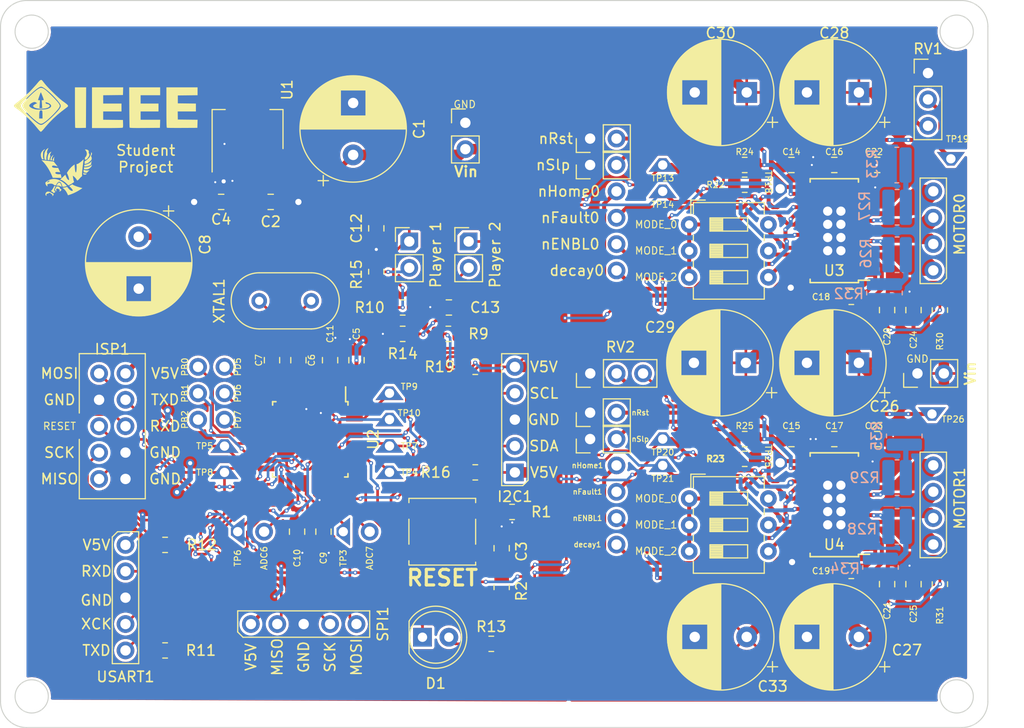
<source format=kicad_pcb>
(kicad_pcb (version 20211014) (generator pcbnew)
  (layers (0 "F.Cu" signal) (31 "B.Cu" signal) (36 "B.SilkS" user "B.Silkscreen") (37 "F.SilkS" user "F.Silkscreen") (38 "B.Mask" user) (39 "F.Mask" user) (44 "Edge.Cuts" user))
  (net 0 "")
  (net 1 "DIR_1")
  (net 2 "SCL")
  (net 3 "MISO")
  (net 4 "TXD")
  (net 5 "XCK")
  (net 6 "Net-(C12-Pad1)")
  (net 7 "Net-(C13-Pad1)")
  (net 8 "DIR_0")
  (net 9 "STEP_0")
  (net 10 "Net-(SW4-Pad6)")
  (net 11 "Net-(SW4-Pad5)")
  (net 12 "SCK")
  (net 13 "MOSI")
  (net 14 "Net-(SW4-Pad4)")
  (net 15 "V3V_1")
  (net 16 "VREF_0")
  (net 17 "STEP_1")
  (net 18 "Net-(SW5-Pad6)")
  (net 19 "Net-(SW5-Pad5)")
  (net 20 "Net-(SW5-Pad4)")
  (net 21 "VREF_1")
  (net 22 "Net-(R26-Pad1)")
  (net 23 "Net-(R26-Pad2)")
  (net 24 "Net-(R28-Pad2)")
  (net 25 "Net-(R29-Pad2)")
  (net 26 "SDA")
  (net 27 "Net-(C9-Pad1)")
  (net 28 "Net-(C7-Pad1)")
  (net 29 "Net-(C6-Pad1)")
  (net 30 "Net-(C19-Pad1)")
  (net 31 "Net-(C19-Pad2)")
  (net 32 "Net-(C21-Pad1)")
  (net 33 "Net-(MOTOR1-Pad1)")
  (net 34 "Net-(MOTOR1-Pad2)")
  (net 35 "Net-(MOTOR1-Pad3)")
  (net 36 "Net-(MOTOR1-Pad4)")
  (net 37 "Net-(J5-Pad2)")
  (net 38 "Net-(J3-Pad2)")
  (net 39 "Net-(U4-Pad18)")
  (net 40 "Net-(U4-Pad19)")
  (net 41 "Net-(U4-Pad21)")
  (net 43 "Net-(U4-Pad27)")
  (net 44 "Net-(C18-Pad1)")
  (net 45 "Net-(C18-Pad2)")
  (net 46 "Net-(C20-Pad1)")
  (net 47 "Net-(J4-Pad2)")
  (net 48 "Net-(J2-Pad2)")
  (net 49 "Net-(U3-Pad18)")
  (net 50 "Net-(U3-Pad19)")
  (net 51 "Net-(U3-Pad21)")
  (net 53 "Net-(U3-Pad27)")
  (net 54 "Net-(R1-Pad1)")
  (net 55 "GND")
  (net 56 "Net-(R27-Pad2)")
  (net 57 "V5V")
  (net 58 "Net-(R15-Pad1)")
  (net 59 "Net-(R14-Pad1)")
  (net 60 "Net-(D1-Pad2)")
  (net 61 "Net-(ISP1-Pad6)")
  (net 62 "RXD")
  (net 63 "Net-(ISP1-Pad4)")
  (net 64 "RESET")
  (net 65 "V3V_0")
  (net 66 "VIN")
  (net 67 "Net-(C6-Pad2)")
  (net 68 "Net-(C7-Pad2)")
  (net 69 "Net-(PD5-Pad1)")
  (net 70 "Net-(PD6-Pad1)")
  (net 71 "Net-(PD7-Pad1)")
  (net 72 "Net-(PB0-Pad1)")
  (net 73 "Net-(PB1-Pad1)")
  (net 74 "Net-(PB2-Pad1)")
  (net 75 "Net-(ADC6-Pad1)")
  (net 76 "Net-(ADC7-Pad1)")
  (net 77 "Net-(MOTOR0-Pad1)")
  (net 78 "Net-(MOTOR0-Pad2)")
  (net 79 "Net-(MOTOR0-Pad3)")
  (net 80 "Net-(MOTOR0-Pad4)")
  (net 81 "Net-(R27-Pad1)")
  (net 82 "Net-(R28-Pad1)")
  (net 83 "Net-(R29-Pad1)")
  (footprint "Capacitor_SMD:C_0805_2012Metric" (layer "F.Cu") (at 21.23 19.391 180)
    (fp_text reference "C4")
    (fp_text value "100n")
  )
  (footprint "Connector_PinHeader_2.54mm:PinHeader_1x02_P2.54mm_Vertical" (layer "F.Cu") (at 39.33 23.201)
    (fp_text reference "SW3" hide)
    (fp_text value "PLAYER1")
  )
  (footprint "Connector_PinHeader_2.54mm:PinHeader_2x05_P2.54mm_Vertical" (layer "F.Cu") (at 9.485 35.906)
    (fp_text reference "ISP1")
    (fp_text value "ISP" hide)
  )
  (footprint "Capacitor_SMD:C_0805_2012Metric" (layer "F.Cu") (at 26.122 34.631 -90)
    (fp_text reference "C7")
    (fp_text value "15pf")
  )
  (footprint "Connector_PinHeader_2.54mm:PinHeader_1x02_P2.54mm_Vertical" (layer "F.Cu") (at 56.729 42.224 90)
    (fp_text reference "J3" hide)
    (fp_text value "RST")
  )
  (footprint "Connector_PinHeader_2.54mm:PinHeader_1x01_P2.54mm_Vertical" (layer "F.Cu") (at 21.55 37.816 90)
    (fp_text reference "PD6")
    (fp_text value "-")
  )
  (footprint "Resistor_SMD:R_0805_2012Metric_Pad1.20x1.40mm_HandSolder" (layer "F.Cu") (at 38.695 29.556 180)
    (fp_text reference "R10")
    (fp_text value "4.7k")
  )
  (footprint "Resistor_SMD:R_0805_2012Metric_Pad1.20x1.40mm_HandSolder" (layer "F.Cu") (at 71.604 44.129)
    (fp_text reference "R23")
    (fp_text value "4.7k")
  )
  (footprint "Resistor_SMD:R_0805_2012Metric_Pad1.20x1.40mm_HandSolder" (layer "F.Cu") (at 71.604 17.74)
    (fp_text reference "R22")
    (fp_text value "4.7k")
  )
  (footprint "Capacitor_SMD:C_0805_2012Metric" (layer "F.Cu") (at 48.22 52.736 90)
    (fp_text reference "C3")
    (fp_text value "100n")
  )
  (footprint "Capacitor_SMD:C_0805_2012Metric" (layer "F.Cu") (at 85.304 56.194 90)
    (fp_text reference "C21")
    (fp_text value "100n")
  )
  (footprint "Capacitor_THT:CP_Radial_D10.0mm_P5.00mm" (layer "F.Cu") (at 82.591677 61.274 180)
    (fp_text reference "C27")
    (fp_text value "100uF")
  )
  (footprint "Connector_PinHeader_2.54mm:PinHeader_1x02_P2.54mm_Vertical" (layer "F.Cu") (at 56.729 39.684 90)
    (fp_text reference "J5" hide)
    (fp_text value "RST")
  )
  (footprint "lib:testpoint" (layer "F.Cu") (at 63.714 44.764)
    (fp_text reference "TP21")
    (fp_text value "-" hide)
  )
  (footprint "Connector_PinHeader_2.54mm:PinHeader_1x01_P2.54mm_Vertical" (layer "F.Cu") (at 19.01 40.356)
    (fp_text reference "PB2")
    (fp_text value "-")
  )
  (footprint "lib:testpoint" (layer "F.Cu") (at 75.017 18.121 -90)
    (fp_text reference "TP18")
    (fp_text value "-" hide)
  )
  (footprint "Connector_PinHeader_2.54mm:PinHeader_1x01_P2.54mm_Vertical" (layer "F.Cu") (at 19.01 37.816 90)
    (fp_text reference "PB1")
    (fp_text value "-")
  )
  (footprint "Package_QFP:TQFP-32_7x7mm_P0.8mm" (layer "F.Cu") (at 29.805 42.251 -90)
    (fp_text reference "U2")
    (fp_text value "ATmega328P-A")
  )
  (footprint "Connector_PinHeader_2.54mm:PinHeader_1x01_P2.54mm_Vertical" (layer "F.Cu") (at 59.269 23.455)
    (fp_text reference "nENBL0")
    (fp_text value "-")
  )
  (footprint "lib:testpoint" (layer "F.Cu") (at 91.44 15.24 180)
    (fp_text reference "TP19")
    (fp_text value "-" hide)
  )
  (footprint "Capacitor_THT:CP_Radial_D10.0mm_P5.00mm" (layer "F.Cu") (at 82.591677 34.885 180)
    (fp_text reference "C26")
    (fp_text value "100uF")
  )
  (footprint "Resistor_SMD:R_0805_2012Metric_Pad1.20x1.40mm_HandSolder" (layer "F.Cu") (at 45.68 35.271)
    (fp_text reference "R19")
    (fp_text value "10k")
  )
  (footprint "Connector_PinHeader_2.54mm:PinHeader_1x02_P2.54mm_Vertical" (layer "F.Cu") (at 44.725 11.771)
    (fp_text reference "J1" hide)
    (fp_text value "Power In")
  )
  (footprint "lib:testpoint" (layer "F.Cu") (at 63.714 18.375)
    (fp_text reference "TP14")
    (fp_text value "-" hide)
  )
  (footprint "Capacitor_SMD:C_0805_2012Metric" (layer "F.Cu") (at 76.099 42.224)
    (fp_text reference "C15")
    (fp_text value "1uF")
  )
  (footprint "Capacitor_SMD:C_0805_2012Metric" (layer "F.Cu") (at 28.535 51.141 -90)
    (fp_text reference "C10")
    (fp_text value "100n")
  )
  (footprint "Button_Switch_THT:SW_DIP_SPSTx03_Slide_6.7x9.18mm_W7.62mm_P2.54mm_LowProfile" (layer "F.Cu") (at 66.264 47.954)
    (fp_text reference "SW5" hide)
    (fp_text value "MODE")
  )
  (footprint "Capacitor_THT:CP_Radial_D10.0mm_P5.00mm" (layer "F.Cu") (at 13.295 22.743323 -90)
    (fp_text reference "C8")
    (fp_text value "100uF")
  )
  (footprint "lib:testpoint" (layer "F.Cu") (at 37.425 42.891)
    (fp_text reference "TP7")
    (fp_text value "-" hide)
  )
  (footprint "Connector_PinHeader_2.54mm:PinHeader_1x05_P2.54mm_Vertical" (layer "F.Cu") (at 12.025 52.416)
    (fp_text reference "USART1")
    (fp_text value "-")
  )
  (footprint "LED_THT:LED_D5.0mm" (layer "F.Cu") (at 40.6 61.306)
    (fp_text reference "D1")
    (fp_text value "LED")
  )
  (footprint "lib:testpoint" (layer "F.Cu") (at 37.425 40.351)
    (fp_text reference "TP10")
    (fp_text value "-" hide)
  )
  (footprint "Resistor_SMD:R_0805_2012Metric_Pad1.20x1.40mm_HandSolder" (layer "F.Cu") (at 47.22 61.941)
    (fp_text reference "R13")
    (fp_text value "510")
  )
  (footprint "Connector_PinHeader_2.54mm:PinHeader_1x02_P2.54mm_Vertical" (layer "F.Cu") (at 56.729 15.835 90)
    (fp_text reference "J2" hide)
    (fp_text value "RST")
  )
  (footprint "lib:testpoint" (layer "F.Cu") (at 32.98 51.141 90)
    (fp_text reference "TP3")
    (fp_text value "-" hide)
  )
  (footprint "Button_Switch_SMD:SW_Push_1P1T_NO_CK_KSC6xxJ" (layer "F.Cu") (at 42.505 51.146)
    (fp_text reference "SW1" hide)
    (fp_text value "RESET")
  )
  (footprint "Capacitor_SMD:C_0805_2012Metric" (layer "F.Cu") (at 84.354 42.224 180)
    (fp_text reference "C23")
    (fp_text value "100n")
  )
  (footprint "Connector_PinHeader_2.54mm:PinHeader_1x02_P2.54mm_Vertical" (layer "F.Cu") (at 88.225 35.906 90)
    (fp_text reference "J6" hide)
    (fp_text value "Power In")
  )
  (footprint "Connector_PinHeader_2.54mm:PinHeader_1x04_P2.54mm_Vertical" (layer "F.Cu") (at 89.749 25.985 180)
    (fp_text reference "MOTOR0")
    (fp_text value "-")
  )
  (footprint "Capacitor_SMD:C_0805_2012Metric" (layer "F.Cu") (at 28.662 34.631 -90)
    (fp_text reference "C6")
    (fp_text value "15pf")
  )
  (footprint "Resistor_SMD:R_0805_2012Metric_Pad1.20x1.40mm_HandSolder" (layer "F.Cu") (at 90.384 56.194 -90)
    (fp_text reference "R31")
    (fp_text value "1M")
  )
  (footprint "Connector_PinHeader_2.54mm:PinHeader_1x02_P2.54mm_Vertical" (layer "F.Cu") (at 56.729 13.295 90)
    (fp_text reference "J4" hide)
    (fp_text value "RST")
  )
  (footprint "lib:ieeelogo" (layer "F.Cu") (at 10.16 10.16)
    (fp_text reference "G***" hide)
    (fp_text value "LOGO" hide)
  )
  (footprint "lib:testpoint" (layer "F.Cu") (at 22.82 51.141 90)
    (fp_text reference "TP6")
    (fp_text value "-" hide)
  )
  (footprint "Connector_PinHeader_2.54mm:PinHeader_1x01_P2.54mm_Vertical" (layer "F.Cu") (at 59.269 44.764)
    (fp_text reference "nHome1")
    (fp_text value "-")
  )
  (footprint "Capacitor_SMD:C_0805_2012Metric" (layer "F.Cu") (at 87.844 56.194 90)
    (fp_text reference "C25")
    (fp_text value "1uF")
  )
  (footprint "lib:testpoint" (layer "F.Cu") (at 37.425 37.811)
    (fp_text reference "TP9")
    (fp_text value "-" hide)
  )
  (footprint "Resistor_SMD:R_0805_2012Metric_Pad1.20x1.40mm_HandSolder" (layer "F.Cu") (at 90.384 29.805 -90)
    (fp_text reference "R30")
    (fp_text value "1M")
  )
  (footprint "Resistor_SMD:R_0805_2012Metric_Pad1.20x1.40mm_HandSolder" (layer "F.Cu") (at 71.604 15.835)
    (fp_text reference "R24")
    (fp_text value "4.7k")
  )
  (footprint "Resistor_SMD:R_0805_2012Metric_Pad1.20x1.40mm_HandSolder" (layer "F.Cu") (at 49.22 49.241 180)
    (fp_text reference "R1")
    (fp_text value "108")
  )
  (footprint "Capacitor_THT:CP_Radial_D10.0mm_P5.00mm" (layer "F.Cu") (at 82.591677 8.85 180)
    (fp_text reference "C28")
    (fp_text value "100uF")
  )
  (footprint "Connector_PinHeader_2.54mm:PinHeader_1x05_P2.54mm_Vertical" (layer "F.Cu") (at 24.09 60.036 90)
    (fp_text reference "SPI1")
    (fp_text value "-")
  )
  (footprint "Connector_PinHeader_2.54mm:PinHeader_1x01_P2.54mm_Vertical" (layer "F.Cu") (at 25.36 51.141)
    (fp_text reference "ADC6")
    (fp_text value "-")
  )
  (footprint "Connector_PinHeader_2.54mm:PinHeader_1x03_P2.54mm_Vertical" (layer "F.Cu") (at 89.241 6.985)
    (fp_text reference "RV1")
    (fp_text value "10k")
  )
  (footprint "Button_Switch_THT:SW_DIP_SPSTx03_Slide_6.7x9.18mm_W7.62mm_P2.54mm_LowProfile" (layer "F.Cu") (at 66.264 21.565)
    (fp_text reference "SW4" hide)
    (fp_text value "MODE")
  )
  (footprint "Capacitor_THT:CP_Radial_D10.0mm_P5.00mm" (layer "F.Cu") (at 71.796677 8.85 180)
    (fp_text reference "C30")
    (fp_text value "-")
  )
  (footprint "Capacitor_SMD:C_0805_2012Metric" (layer "F.Cu") (at 43.14 29.556 180)
    (fp_text reference "C13")
    (fp_text value "100n")
  )
  (footprint "Capacitor_SMD:C_0805_2012Metric" (layer "F.Cu") (at 36.155 21.936 -90)
    (fp_text reference "C12")
    (fp_text value "100n")
  )
  (footprint "Capacitor_THT:CP_Radial_D10.0mm_P5.00mm" (layer "F.Cu") (at 71.715 34.885 180)
    (fp_text reference "C29")
    (fp_text value "100uF")
  )
  (footprint "Resistor_SMD:R_0805_2012Metric_Pad1.20x1.40mm_HandSolder" (layer "F.Cu") (at 48.22 56.496 90)
    (fp_text reference "R2")
    (fp_text value "4.7k")
  )
  (footprint "Connector_PinHeader_2.54mm:PinHeader_1x01_P2.54mm_Vertical" (layer "F.Cu") (at 59.269 47.304)
    (fp_text reference "nFault1")
    (fp_text value "-")
  )
  (footprint "Resistor_SMD:R_0805_2012Metric_Pad1.20x1.40mm_HandSolder" (layer "F.Cu") (at 36.155 26.111 90)
    (fp_text reference "R15")
    (fp_text value "108")
  )
  (footprint "Connector_PinHeader_2.54mm:PinHeader_1x02_P2.54mm_Vertical" (layer "F.Cu") (at 45.045 23.201)
    (fp_text reference "SW2" hide)
    (fp_text value "PLAYER0")
  )
  (footprint "lib:ewulogo" (layer "F.Cu") (at 6.35 16.51)
    (fp_text reference "G***" hide)
    (fp_text value "LOGO" hide)
  )
  (footprint "Connector_PinHeader_2.54mm:PinHeader_1x04_P2.54mm_Vertical" (layer "F.Cu") (at 89.749 52.374 180)
    (fp_text reference "MOTOR1")
    (fp_text value "-")
  )
  (footprint "lib:testpoint" (layer "F.Cu") (at 63.714 15.835)
    (fp_text reference "TP13")
    (fp_text value "-" hide)
  )
  (footprint "Connector_PinHeader_2.54mm:PinHeader_1x01_P2.54mm_Vertical" (layer "F.Cu") (at 59.269 49.844)
    (fp_text reference "nENBL1")
    (fp_text value "-")
  )
  (footprint "lib:testpoint" (layer "F.Cu") (at 75.017 44.51 -90)
    (fp_text reference "TP25")
    (fp_text value "-" hide)
  )
  (footprint "Resistor_SMD:R_0805_2012Metric_Pad1.20x1.40mm_HandSolder" (layer "F.Cu") (at 43.09 32.096)
    (fp_text reference "R9")
    (fp_text value "4.7k")
  )
  (footprint "Capacitor_SMD:C_0805_2012Metric" (layer "F.Cu") (at 34.25 34.631 90)
    (fp_text reference "C5")
    (fp_text value "1uF")
  )
  (footprint "lib:testpoint" (layer "F.Cu") (at 63.714 42.224)
    (fp_text reference "TP20")
    (fp_text value "-" hide)
  )
  (footprint "Capacitor_SMD:C_0805_2012Metric" (layer "F.Cu") (at 85.304 29.805 90)
    (fp_text reference "C20")
    (fp_text value "100n")
  )
  (footprint "Resistor_SMD:R_0805_2012Metric_Pad1.20x1.40mm_HandSolder" (layer "F.Cu") (at 71.604 42.224)
    (fp_text reference "R25")
    (fp_text value "4.7k")
  )
  (footprint "lib:HTSSOP-28_4.4x9.7mm_Pitch0.65mm_ThermalPad" (layer "F.Cu") (at 80.224 48.574 180)
    (fp_text reference "U4")
    (fp_text value "DRV8825" hide)
  )
  (footprint "Connector_PinHeader_2.54mm:PinHeader_1x01_P2.54mm_Vertical" (layer "F.Cu") (at 21.55 40.356)
    (fp_text reference "PD7")
    (fp_text value "-")
  )
  (footprint "Connector_PinHeader_2.54mm:PinHeader_1x01_P2.54mm_Vertical" (layer "F.Cu") (at 59.269 20.915)
    (fp_text reference "nFault0")
    (fp_text value "-")
  )
  (footprint "Connector_PinHeader_2.54mm:PinHeader_1x01_P2.54mm_Vertical" (layer "F.Cu") (at 21.55 35.271 90)
    (fp_text reference "PD5")
    (fp_text value "-")
  )
  (footprint "lib:testpoint" (layer "F.Cu") (at 37.425 45.431)
    (fp_text reference "TP4")
    (fp_text value "-" hide)
  )
  (footprint "Resistor_SMD:R_0805_2012Metric_Pad1.20x1.40mm_HandSolder" (layer "F.Cu") (at 45.68 45.431 180)
    (fp_text reference "R16")
    (fp_text value "10k")
  )
  (footprint "Capacitor_THT:CP_Radial_D10.0mm_P5.00mm" (layer "F.Cu") (at 71.796677 61.274 180)
    (fp_text reference "C33")
    (fp_text value "-")
  )
  (footprint "Capacitor_SMD:C_0805_2012Metric" (layer "F.Cu") (at 31.075 51.141 -90)
    (fp_text reference "C9")
    (fp_text value "100n")
  )
  (footprint "Connector_PinHeader_2.54mm:PinHeader_1x01_P2.54mm_Vertical" (layer "F.Cu") (at 59.269 25.995)
    (fp_text reference "decay0")
    (fp_text value "-")
  )
  (footprint "Connector_PinHeader_2.54mm:PinHeader_1x01_P2.54mm_Vertical" (layer "F.Cu") (at 19.01 35.276)
    (fp_text reference "PB0")
    (fp_text value "-")
  )
  (footprint "Connector_PinHeader_2.54mm:PinHeader_1x05_P2.54mm_Vertical" (layer "F.Cu") (at 49.49 45.436 180)
    (fp_text reference "I2C1")
    (fp_text value "-")
  )
  (footprint "Capacitor_SMD:C_0805_2012Metric" (layer "F.Cu") (at 80.224 42.224 180)
    (fp_text reference "C17")
    (fp_text value "100n")
  )
  (footprint "Connector_PinHeader_2.54mm:PinHeader_1x03_P2.54mm_Vertical" (layer "F.Cu") (at 56.744 35.906 90)
    (fp_text reference "RV2")
    (fp_text value "10k")
  )
  (footprint "Capacitor_THT:CP_Radial_D10.0mm_P5.00mm" (layer "F.Cu") (at 33.93 14.866 90)
    (fp_text reference "C1")
    (fp_text value "100uF")
  )
  (footprint "lib:testpoint" (layer "F.Cu") (at 21.55 42.901)
    (fp_text reference "TP5")
    (fp_text value "-" hide)
  )
  (footprint "Resistor_SMD:R_0805_2012Metric_Pad1.20x1.40mm_HandSolder" (layer "F.Cu") (at 81.859 28.535 180)
    (fp_text reference "C18")
    (fp_text value "10nF")
  )
  (footprint "Connector_PinHeader_2.54mm:PinHeader_1x01_P2.54mm_Vertical" (layer "F.Cu") (at 59.269 52.384)
    (fp_text reference "decay1")
    (fp_text value "-")
  )
  (footprint "Capacitor_SMD:C_0805_2012Metric" (layer "F.Cu") (at 80.224 15.835 180)
    (fp_text reference "C16")
    (fp_text value "100n")
  )
  (footprint "Package_TO_SOT_SMD:SOT-223-3_TabPin2" (layer "F.Cu") (at 23.77 12.406 90)
    (fp_text reference "U1")
    (fp_text value "AMS1117-5.0")
  )
  (footprint "Connector_PinHeader_2.54mm:PinHeader_1x01_P2.54mm_Vertical" (layer "F.Cu") (at 59.269 18.375)
    (fp_text reference "nHome0")
    (fp_text value "-")
  )
  (footprint "Resistor_SMD:R_0805_2012Metric_Pad1.20x1.40mm_HandSolder" (layer "F.Cu") (at 81.859 54.924 180)
    (fp_text reference "C19")
    (fp_text value "10nF")
  )
  (footprint "lib:testpoint" (layer "F.Cu") (at 21.55 45.436)
    (fp_text reference "TP8")
    (fp_text value "-" hide)
  )
  (footprint "Capacitor_SMD:C_0805_2012Metric" (layer "F.Cu") (at 31.71 34.631 90)
    (fp_text reference "C11")
    (fp_text value "100n")
  )
  (footprint "Capacitor_SMD:C_0805_2012Metric" (layer "F.Cu") (at 25.995 19.391)
    (fp_text reference "C2")
    (fp_text value "100n")
  )
  (footprint "Connector_PinHeader_2.54mm:PinHeader_1x01_P2.54mm_Vertical" (layer "F.Cu") (at 35.52 51.141)
    (fp_text reference "ADC7")
    (fp_text value "-")
  )
  (footprint "Capacitor_SMD:C_0805_2012Metric" (layer "F.Cu") (at 76.099 15.835)
    (fp_text reference "C14")
    (fp_text value "1uF")
  )
  (footprint "Crystal:Resonator-2Pin_W10.0mm_H5.0mm" (layer "F.Cu") (at 29.892 28.916 180)
    (fp_text reference "XTAL1")
    (fp_text value "16mhz")
  )
  (footprint "Resistor_SMD:R_0805_2012Metric_Pad1.20x1.40mm_HandSolder" (layer "F.Cu") (at 15.835 62.576 180)
    (fp_text reference "R11")
    (fp_text value "open")
  )
  (footprint "Capacitor_SMD:C_0805_2012Metric" (layer "F.Cu") (at 87.844 29.805 90)
    (fp_text reference "C24")
    (fp_text value "1uF")
  )
  (footprint "lib:HTSSOP-28_4.4x9.7mm_Pitch0.65mm_ThermalPad" (layer "F.Cu") (at 80.224 22.185 180)
    (fp_text reference "U3")
    (fp_text value "DRV8825" hide)
  )
  (footprint "Capacitor_SMD:C_0805_2012Metric" (layer "F.Cu") (at 84.354 15.835 180)
    (fp_text reference "C22")
    (fp_text value "100n")
  )
  (footprint "Resistor_SMD:R_0805_2012Metric_Pad1.20x1.40mm_HandSolder" (layer "F.Cu") (at 15.835 52.416)
    (fp_text reference "R12")
    (fp_text value "open")
  )
  (footprint "Resistor_SMD:R_0805_2012Metric_Pad1.20x1.40mm_HandSolder" (layer "F.Cu") (at 38.695 32.096 180)
    (fp_text reference "R14")
    (fp_text value "108")
  )
  (footprint "lib:testpoint" (layer "F.Cu") (at 89.622 39.811 180)
    (fp_text reference "TP26")
    (fp_text value "-" hide)
  )
  (footprint "Resistor_SMD:R_0612_1632Metric_Pad1.18x3.40mm_HandSolder" (layer "B.Cu") (at 85.05 28.159 90)
    (fp_text reference "R32")
    (fp_text value "110m")
  )
  (footprint "Resistor_SMD:R_0612_1632Metric_Pad1.18x3.40mm_HandSolder" (layer "B.Cu") (at 86.2685 50.638 180)
    (fp_text reference "R28")
    (fp_text value "110m")
  )
  (footprint "Resistor_SMD:R_0612_1632Metric_Pad1.18x3.40mm_HandSolder" (layer "B.Cu") (at 86.2685 19.904 180)
    (fp_text reference "R27")
    (fp_text value "110m")
  )
  (footprint "Resistor_SMD:R_0612_1632Metric_Pad1.18x3.40mm_HandSolder" (layer "B.Cu") (at 86.2685 45.939 180)
    (fp_text reference "R29")
    (fp_text value "110m")
  )
  (footprint "Resistor_SMD:R_0612_1632Metric_Pad1.18x3.40mm_HandSolder" (layer "B.Cu") (at 86.2445 15.84)
    (fp_text reference "R33")
    (fp_text value "110m")
  )
  (footprint "Resistor_SMD:R_0612_1632Metric_Pad1.18x3.40mm_HandSolder" (layer "B.Cu") (at 84.669 54.575 90)
    (fp_text reference "R34")
    (fp_text value "110m")
  )
  (footprint "Resistor_SMD:R_0612_1632Metric_Pad1.18x3.40mm_HandSolder" (layer "B.Cu") (at 86.2685 24.476 180)
    (fp_text reference "R26")
    (fp_text value "110m")
  )
  (footprint "Resistor_SMD:R_0612_1632Metric_Pad1.18x3.40mm_HandSolder" (layer "B.Cu") (at 86.955 41.9265 -90)
    (fp_text reference "R35")
    (fp_text value "110m")
  )
  (gr_circle (center 3 3) (end 4.6 3) (layer "Edge.Cuts") (width 0.1) (fill none))
  (gr_arc (start 95 67.5) (mid 94.267767 69.267767) (end 92.5 70) (layer "Edge.Cuts") (width 0.1))
  (gr_line (start 92.5 70) (end 2.5 70) (layer "Edge.Cuts") (width 0.1))
  (gr_line (start 2.5 0) (end 92.5 0) (layer "Edge.Cuts") (width 0.1))
  (gr_line (start 95 2.5) (end 95 67.5) (layer "Edge.Cuts") (width 0.1))
  (gr_circle (center 92 67) (end 93.6 67) (layer "Edge.Cuts") (width 0.1) (fill none))
  (gr_line (start 0 67.5) (end 0 2.5) (layer "Edge.Cuts") (width 0.1))
  (gr_circle (center 92 3) (end 93.6 3) (layer "Edge.Cuts") (width 0.1) (fill none))
  (gr_arc (start 92.5 0) (mid 94.267767 0.732233) (end 95 2.5) (layer "Edge.Cuts") (width 0.1))
  (gr_circle (center 3 67) (end 4.6 67) (layer "Edge.Cuts") (width 0.1) (fill none))
  (gr_arc (start 2.5 70) (mid 0.732233 69.267767) (end 0 67.5) (layer "Edge.Cuts") (width 0.1))
  (gr_arc (start 0 2.5) (mid 0.732233 0.732233) (end 2.5 0) (layer "Edge.Cuts") (width 0.1))
  (gr_text "RESET" (at 42.505 55.591) (layer "F.SilkS") (effects (font (size 1.5 1.5) (thickness 0.3))))
  (gr_text "Student\nProject" (at 13.97 15.24) (layer "F.SilkS") (effects (font (size 1 1))))
  (gr_text "GND" (at 88.225 34.509) (layer "F.SilkS") (effects (font (size 0.7 0.7) (thickness 0.1))))
  (gr_text "Player 1" (at 41.87 24.476 90) (layer "F.SilkS") (effects (font (size 1 1))))
  (gr_text "Vin" (at 44.791 16.475) (layer "F.SilkS") (effects (font (size 1 1) (thickness 0.2))))
  (gr_text "Player 2" (at 47.585 24.476 90) (layer "F.SilkS") (effects (font (size 1 1))))
  (gr_text "GND" (at 44.664 9.998) (layer "F.SilkS") (effects (font (size 0.7 0.7) (thickness 0.1))))
  (gr_text "Vin" (at 93.305 35.906 90) (layer "F.SilkS") (effects (font (size 1 1) (thickness 0.2))))
  (segment (start 35.139 49.16618) (end 37.524499 51.551679) (width 0.254) (layer "F.Cu") (net 1))
  (segment (start 54.35558 54.829) (end 54.951 54.23358) (width 0.254) (layer "F.Cu") (net 1))
  (segment (start 54.316 54.829) (end 54.35558 54.829) (width 0.254) (layer "F.Cu") (net 1))
  (segment (start 37.524499 54.547499) (end 39.596 56.619) (width 0.254) (layer "F.Cu") (net 1))
  (segment (start 74.651824 46.8135) (end 75.809324 47.971) (width 0.381) (layer "F.Cu") (net 1))
  (segment (start 54.951 44.923) (end 55.613 44.261) (width 0.254) (layer "F.Cu") (net 1))
  (segment (start 74.0185 46.8135) (end 74.651824 46.8135) (width 0.381) (layer "F.Cu") (net 1))
  (segment (start 35.013 45.051) (end 35.139 45.177) (width 0.254) (layer "F.Cu") (net 1))
  (segment (start 62.587 43.351) (end 63.714 42.224) (width 0.254) (layer "F.Cu") (net 1))
  (segment (start 54.951 54.23358) (end 54.951 44.923) (width 0.254) (layer "F.Cu") (net 1))
  (segment (start 34.055 45.051) (end 35.013 45.051) (width 0.254) (layer "F.Cu") (net 1))
  (segment (start 76.383676 47.971) (end 76.755676 47.599) (width 0.381) (layer "F.Cu") (net 1))
  (segment (start 39.596 56.619) (end 50.328364 56.619) (width 0.254) (layer "F.Cu") (net 1))
  (segment (start 64.564 42.224) (end 67.58 45.24) (width 0.381) (layer "F.Cu") (net 1))
  (segment (start 58.178181 44.261) (end 59.088181 43.351) (width 0.254) (layer "F.Cu") (net 1))
  (segment (start 50.328364 56.619) (end 51.395 55.552364) (width 0.254) (layer "F.Cu") (net 1))
  (segment (start 63.714 42.224) (end 64.564 42.224) (width 0.381) (layer "F.Cu") (net 1))
  (segment (start 75.809324 47.971) (end 76.383676 47.971) (width 0.381) (layer "F.Cu") (net 1))
  (segment (start 37.524499 51.551679) (end 37.524499 54.547499) (width 0.254) (layer "F.Cu") (net 1))
  (segment (start 73.366 46.161) (end 74.0185 46.8135) (width 0.381) (layer "F.Cu") (net 1))
  (segment (start 51.395 55.552364) (end 51.395 55.083) (width 0.254) (layer "F.Cu") (net 1))
  (segment (start 55.613 44.261) (end 58.178181 44.261) (width 0.254) (layer "F.Cu") (net 1))
  (segment (start 76.755676 47.599) (end 77.374 47.599) (width 0.381) (layer "F.Cu") (net 1))
  (segment (start 59.088181 43.351) (end 62.587 43.351) (width 0.254) (layer "F.Cu") (net 1))
  (segment (start 72.572 45.24) (end 72.604 45.272) (width 0.381) (layer "F.Cu") (net 1))
  (segment (start 35.139 45.177) (end 35.139 49.16618) (width 0.254) (layer "F.Cu") (net 1))
  (segment (start 67.58 45.24) (end 72.572 45.24) (width 0.381) (layer "F.Cu") (net 1))
  (via (at 73.366 46.161) (size 0.4) (drill 0.2) (layers "F.Cu" "B.Cu") (net 1))
  (via (at 72.604 45.272) (size 0.4) (drill 0.2) (layers "F.Cu" "B.Cu") (net 1))
  (via (at 54.316 54.829) (size 0.4) (drill 0.2) (layers "F.Cu" "B.Cu") (net 1))
  (via (at 51.395 55.083) (size 0.4) (drill 0.2) (layers "F.Cu" "B.Cu") (net 1))
  (segment (start 72.604 45.399) (end 73.366 46.161) (width 0.381) (layer "B.Cu") (net 1))
  (segment (start 54.062 55.083) (end 54.316 54.829) (width 0.254) (layer "B.Cu") (net 1))
  (segment (start 72.604 45.272) (end 72.604 45.399) (width 0.381) (layer "B.Cu") (net 1))
  (segment (start 51.395 55.083) (end 54.062 55.083) (width 0.254) (layer "B.Cu") (net 1))
  (segment (start 34.055 42.651) (end 37.185 42.651) (width 0.254) (layer "F.Cu") (net 2))
  (segment (start 45.68 35.525) (end 45.934 35.271) (width 0.254) (layer "F.Cu") (net 2))
  (segment (start 42.759 39.589) (end 42.759 38.192) (width 0.254) (layer "F.Cu") (net 2))
  (segment (start 45.68 37.684) (end 45.68 35.525) (width 0.254) (layer "F.Cu") (net 2))
  (segment (start 39.457 42.891) (end 42.759 39.589) (width 0.254) (layer "F.Cu") (net 2))
  (segment (start 45.593 37.719) (end 45.69 37.816) (width 0.254) (layer "F.Cu") (net 2))
  (segment (start 43.14 37.811) (end 44.68 37.811) (width 0.254) (layer "F.Cu") (net 2))
  (segment (start 44.68 37.811) (end 45.553 37.811) (width 0.254) (layer "F.Cu") (net 2))
  (segment (start 45.934 35.271) (end 46.68 35.271) (width 0.254) (layer "F.Cu") (net 2))
  (segment (start 37.425 42.891) (end 39.457 42.891) (width 0.254) (layer "F.Cu") (net 2))
  (segment (start 45.553 37.811) (end 45.68 37.684) (width 0.254) (layer "F.Cu") (net 2))
  (segment (start 45.69 37.816) (end 49.49 37.816) (width 0.254) (layer "F.Cu") (net 2))
  (segment (start 42.759 38.192) (end 43.14 37.811) (width 0.254) (layer "F.Cu") (net 2))
  (segment (start 37.185 42.651) (end 37.425 42.891) (width 0.254) (layer "F.Cu") (net 2))
  (segment (start 22.312 54.448) (end 22.312 56.099) (width 0.254) (layer "F.Cu") (net 3))
  (segment (start 10.612 44.939) (end 15.216 44.939) (width 0.254) (layer "F.Cu") (net 3))
  (segment (start 27.011 56.607) (end 27.011 59.655) (width 0.254) (layer "F.Cu") (net 3))
  (segment (start 26.63 56.226) (end 27.011 56.607) (width 0.254) (layer "F.Cu") (net 3))
  (segment (start 21.55 49.406874) (end 20.172437 50.784437) (width 0.254) (layer "F.Cu") (net 3))
  (segment (start 22.439 56.226) (end 23.72 56.226) (width 0.254) (layer "F.Cu") (net 3))
  (segment (start 21.55 45.436) (end 17.745 45.436) (width 0.254) (layer "F.Cu") (net 3))
  (segment (start 21.55 45.436) (end 21.55 49.406874) (width 0.254) (layer "F.Cu") (net 3))
  (segment (start 21.935 45.051) (end 21.55 45.436) (width 0.254) (layer "F.Cu") (net 3))
  (segment (start 15.216 44.939) (end 15.327 45.05) (width 0.254) (layer "F.Cu") (net 3))
  (segment (start 20.788 52.924) (end 22.312 54.448) (width 0.254) (layer "F.Cu") (net 3))
  (segment (start 17.745 45.436) (end 16.47 44.161) (width 0.254) (layer "F.Cu") (net 3))
  (segment (start 27.011 59.655) (end 26.63 60.036) (width 0.254) (layer "F.Cu") (net 3))
  (segment (start 9.485 46.066) (end 10.612 44.939) (width 0.254) (layer "F.Cu") (net 3))
  (segment (start 25.555 45.051) (end 21.935 45.051) (width 0.254) (layer "F.Cu") (net 3))
  (segment (start 23.749 56.226) (end 26.63 56.226) (width 0.254) (layer "F.Cu") (net 3))
  (segment (start 22.312 56.099) (end 22.439 56.226) (width 0.254) (layer "F.Cu") (net 3))
  (via (at 16.47 44.161) (size 0.4) (drill 0.2) (layers "F.Cu" "B.Cu") (net 3))
  (via (at 20.172437 50.784437) (size 0.4) (drill 0.2) (layers "F.Cu" "B.Cu") (net 3))
  (via (at 15.327 45.05) (size 0.4) (drill 0.2) (layers "F.Cu" "B.Cu") (net 3))
  (via (at 20.788 52.924) (size 0.4) (drill 0.2) (layers "F.Cu" "B.Cu") (net 3))
  (segment (start 20.172437 52.308437) (end 20.172437 50.784437) (width 0.254) (layer "B.Cu") (net 3))
  (segment (start 16.216 44.161) (end 15.327 45.05) (width 0.254) (layer "B.Cu") (net 3))
  (segment (start 20.788 52.924) (end 20.172437 52.308437) (width 0.254) (layer "B.Cu") (net 3))
  (segment (start 16.47 44.161) (end 16.216 44.161) (width 0.254) (layer "B.Cu") (net 3))
  (segment (start 34.055 40.251) (end 32.826 40.251) (width 0.254) (layer "F.Cu") (net 4))
  (segment (start 18.558627 52.8285) (end 18.2795 53.107627) (width 0.254) (layer "F.Cu") (net 4))
  (segment (start 15.835 60.036) (end 16.835 60.036) (width 0.254) (layer "F.Cu") (net 4))
  (segment (start 25.678363 46.574) (end 19.423863 52.8285) (width 0.254) (layer "F.Cu") (net 4))
  (segment (start 16.002 60.036) (end 13.93 60.036) (width 0.254) (layer "F.Cu") (net 4))
  (segment (start 34.055 40.251) (end 34.985 40.251) (width 0.254) (layer "F.Cu") (net 4))
  (segment (start 32.666886 40.664114) (end 28.281 45.05) (width 0.254) (layer "F.Cu") (net 4))
  (segment (start 13.549 61.052) (end 12.025 62.576) (width 0.254) (layer "F.Cu") (net 4))
  (segment (start 34.985 40.251) (end 37.425 37.811) (width 0.254) (layer "F.Cu") (net 4))
  (segment (start 32.666886 40.410114) (end 32.666886 40.664114) (width 0.254) (layer "F.Cu") (net 4))
  (segment (start 15.835 62.576) (end 15.835 60.036) (width 0.254) (layer "F.Cu") (net 4))
  (segment (start 14.835 62.576) (end 15.835 62.576) (width 0.254) (layer "F.Cu") (net 4))
  (segment (start 13.93 60.036) (end 13.549 60.417) (width 0.254) (layer "F.Cu") (net 4))
  (segment (start 18.2795 58.5915) (end 16.835 60.036) (width 0.254) (layer "F.Cu") (net 4))
  (segment (start 13.549 60.417) (end 13.549 61.052) (width 0.254) (layer "F.Cu") (net 4))
  (segment (start 19.423863 52.8285) (end 18.558627 52.8285) (width 0.254) (layer "F.Cu") (net 4))
  (segment (start 32.826 40.251) (end 32.666886 40.410114) (width 0.254) (layer "F.Cu") (net 4))
  (segment (start 18.2795 53.107627) (end 18.2795 58.5915) (width 0.254) (layer "F.Cu") (net 4))
  (segment (start 26.122 46.574) (end 25.678363 46.574) (width 0.254) (layer "F.Cu") (net 4))
  (via (at 26.122 46.574) (size 0.4) (drill 0.2) (layers "F.Cu" "B.Cu") (net 4))
  (via (at 28.281 45.05) (size 0.4) (drill 0.2) (layers "F.Cu" "B.Cu") (net 4))
  (segment (start 26.813627 44.7005) (end 26.5345 44.979627) (width 0.254) (layer "B.Cu") (net 4))
  (segment (start 28.281 45.05) (end 27.557873 45.05) (width 0.254) (layer "B.Cu") (net 4))
  (segment (start 27.208373 44.7005) (end 26.813627 44.7005) (width 0.254) (layer "B.Cu") (net 4))
  (segment (start 26.5345 44.979627) (end 26.5345 46.1615) (width 0.254) (layer "B.Cu") (net 4))
  (segment (start 26.5345 46.1615) (end 26.122 46.574) (width 0.254) (layer "B.Cu") (net 4))
  (segment (start 27.557873 45.05) (end 27.208373 44.7005) (width 0.254) (layer "B.Cu") (net 4))
  (segment (start 17.8755 52.8635) (end 17.8755 54.1855) (width 0.254) (layer "F.Cu") (net 5))
  (segment (start 28.008363 44.394763) (end 28.008363 44.428908) (width 0.254) (layer "F.Cu") (net 5))
  (segment (start 32.263385 40.139741) (end 28.008363 44.394763) (width 0.254) (layer "F.Cu") (net 5))
  (segment (start 17.8755 54.1855) (end 12.025 60.036) (width 0.254) (layer "F.Cu") (net 5))
  (segment (start 18.391491 52.424999) (end 19.256727 52.424999) (width 0.254) (layer "F.Cu") (net 5))
  (segment (start 31.805 39.681356) (end 32.263385 40.139741) (width 0.254) (layer "F.Cu") (net 5))
  (segment (start 17.907 52.832) (end 17.8755 52.8635) (width 0.254) (layer "F.Cu") (net 5))
  (segment (start 19.256727 52.424999) (end 25.615726 46.066) (width 0.254) (layer "F.Cu") (net 5))
  (segment (start 31.805 38.001) (end 31.805 39.681356) (width 0.254) (layer "F.Cu") (net 5))
  (segment (start 25.615726 46.066) (end 25.741 46.066) (width 0.254) (layer "F.Cu") (net 5))
  (segment (start 17.875999 52.940491) (end 18.391491 52.424999) (width 0.254) (layer "F.Cu") (net 5))
  (via (at 28.008363 44.428908) (size 0.4) (drill 0.2) (layers "F.Cu" "B.Cu") (net 5))
  (via (at 32.263385 40.139741) (size 0.4) (drill 0.2) (layers "F.Cu" "B.Cu") (net 5))
  (via (at 25.741 46.066) (size 0.4) (drill 0.2) (layers "F.Cu" "B.Cu") (net 5))
  (segment (start 32.474644 40.351) (end 32.263385 40.139741) (width 0.254) (layer "B.Cu") (net 5))
  (segment (start 27.876454 44.296999) (end 28.008363 44.428908) (width 0.254) (layer "B.Cu") (net 5))
  (segment (start 26.646491 44.296999) (end 27.876454 44.296999) (width 0.254) (layer "B.Cu") (net 5))
  (segment (start 37.425 40.351) (end 32.474644 40.351) (width 0.254) (layer "B.Cu") (net 5))
  (segment (start 25.741 46.066) (end 25.741 45.20249) (width 0.254) (layer "B.Cu") (net 5))
  (segment (start 25.741 45.20249) (end 26.646491 44.296999) (width 0.254) (layer "B.Cu") (net 5))
  (segment (start 32.605 36.928) (end 32.599 36.922) (width 0.254) (layer "F.Cu") (net 6))
  (segment (start 36.155 30.064) (end 36.663 29.556) (width 0.254) (layer "F.Cu") (net 6))
  (segment (start 37.806 24.349) (end 38.954 23.201) (width 0.254) (layer "F.Cu") (net 6))
  (segment (start 37.695 29.556) (end 38.695 29.556) (width 0.254) (layer "F.Cu") (net 6))
  (segment (start 32.599 36.922) (end 34.758 36.922) (width 0.254) (layer "F.Cu") (net 6))
  (segment (start 36.155 20.158) (end 36.536 19.777) (width 0.254) (layer "F.Cu") (net 6))
  (segment (start 38.954 23.201) (end 39.33 23.201) (width 0.254) (layer "F.Cu") (net 6))
  (segment (start 37.806 26.762) (end 37.806 24.349) (width 0.254) (layer "F.Cu") (net 6))
  (segment (start 34.758 36.922) (end 36.155 35.525) (width 0.254) (layer "F.Cu") (net 6))
  (segment (start 39.33 20.412) (end 39.33 23.201) (width 0.254) (layer "F.Cu") (net 6))
  (segment (start 36.155 35.525) (end 36.155 30.064) (width 0.254) (layer "F.Cu") (net 6))
  (segment (start 38.695 19.777) (end 39.33 20.412) (width 0.254) (layer "F.Cu") (net 6))
  (segment (start 36.155 20.986) (end 36.155 20.158) (width 0.254) (layer "F.Cu") (net 6))
  (segment (start 36.536 19.777) (end 38.695 19.777) (width 0.254) (layer "F.Cu") (net 6))
  (segment (start 36.663 29.556) (end 37.695 29.556) (width 0.254) (layer "F.Cu") (net 6))
  (segment (start 32.605 38.001) (end 32.605 36.928) (width 0.254) (layer "F.Cu") (net 6))
  (segment (start 38.695 27.651) (end 37.806 26.762) (width 0.254) (layer "F.Cu") (net 6))
  (via (at 38.695 27.651) (size 0.4) (drill 0.2) (layers "F.Cu" "B.Cu") (net 6))
  (via (at 38.695 29.556) (size 0.4) (drill 0.2) (layers "F.Cu" "B.Cu") (net 6))
  (segment (start 38.695 29.556) (end 38.695 27.651) (width 0.254) (layer "B.Cu") (net 6))
  (segment (start 48.22 23.841) (end 48.22 29.81) (width 0.254) (layer "F.Cu") (net 7))
  (segment (start 45.8705 31.7785) (end 45.8705 31.9055) (width 0.254) (layer "F.Cu") (net 7))
  (segment (start 46.3785 32.0325) (end 46.3785 31.6515) (width 0.254) (layer "F.Cu") (net 7))
  (segment (start 45.8705 31.7785) (end 45.68 31.588) (width 0.254) (layer "F.Cu") (net 7))
  (segment (start 45.68 32.096) (end 44.09 32.096) (width 0.254) (layer "F.Cu") (net 7))
  (segment (start 46.315 31.588) (end 46.188 31.588) (width 0.254) (layer "F.Cu") (net 7))
  (segment (start 39.336002 33.486998) (end 46.448002 33.486998) (width 0.254) (layer "F.Cu") (net 7))
  (segment (start 46.315 31.588) (end 46.3785 31.6515) (width 0.254) (layer "F.Cu") (net 7))
  (segment (start 46.1245 31.6515) (end 45.8705 31.9055) (width 0.254) (layer "F.Cu") (net 7))
  (segment (start 45.68 31.588) (end 45.553 31.461) (width 0.254) (layer "F.Cu") (net 7))
  (segment (start 45.8705 31.9055) (end 45.68 32.096) (width 0.254) (layer "F.Cu") (net 7))
  (segment (start 46.061 31.969) (end 45.8705 31.7785) (width 0.254) (layer "F.Cu") (net 7))
  (segment (start 46.3785 32.2865) (end 46.3785 32.0325) (width 0.254) (layer "F.Cu") (net 7))
  (segment (start 46.442 31.588) (end 46.5055 31.5245) (width 0.254) (layer "F.Cu") (net 7))
  (segment (start 46.3785 31.6515) (end 46.061 31.969) (width 0.254) (layer "F.Cu") (net 7))
  (segment (start 46.1245 31.6515) (end 46.1245 31.7785) (width 0.254) (layer "F.Cu") (net 7))
  (segment (start 34.055 39.451) (end 34.055 38.768) (width 0.254) (layer "F.Cu") (net 7))
  (segment (start 34.055 38.768) (end 39.336002 33.486998) (width 0.254) (layer "F.Cu") (net 7))
  (segment (start 44.791 29.556) (end 44.09 29.556) (width 0.254) (layer "F.Cu") (net 7))
  (segment (start 45.68 32.096) (end 45.68 31.588) (width 0.254) (layer "F.Cu") (net 7))
  (segment (start 46.696 32.604) (end 46.3785 32.2865) (width 0.254) (layer "F.Cu") (net 7))
  (segment (start 45.045 23.201) (end 47.58 23.201) (width 0.254) (layer "F.Cu") (net 7))
  (segment (start 45.68 31.588) (end 46.315 31.588) (width 0.254) (layer "F.Cu") (net 7))
  (segment (start 46.188 31.588) (end 46.442 31.588) (width 0.254) (layer "F.Cu") (net 7))
  (segment (start 46.188 32.096) (end 45.68 32.096) (width 0.254) (layer "F.Cu") (net 7))
  (segment (start 48.22 29.81) (end 46.5055 31.5245) (width 0.254) (layer "F.Cu") (net 7))
  (segment (start 47.58 23.201) (end 48.22 23.841) (width 0.254) (layer "F.Cu") (net 7))
  (segment (start 46.696 33.239) (end 46.696 32.604) (width 0.254) (layer "F.Cu") (net 7))
  (segment (start 45.553 30.318) (end 44.791 29.556) (width 0.254) (layer "F.Cu") (net 7))
  (segment (start 46.188 31.588) (end 46.1245 31.6515) (width 0.254) (layer "F.Cu") (net 7))
  (segment (start 46.1245 31.7785) (end 46.3785 32.0325) (width 0.254) (layer "F.Cu") (net 7))
  (segment (start 46.3785 32.2865) (end 46.188 32.096) (width 0.254) (layer "F.Cu") (net 7))
  (segment (start 46.448002 33.486998) (end 46.696 33.239) (width 0.254) (layer "F.Cu") (net 7))
  (segment (start 45.553 31.461) (end 45.553 30.318) (width 0.254) (layer "F.Cu") (net 7))
  (segment (start 46.5055 31.5245) (end 46.3785 31.6515) (width 0.254) (layer "F.Cu") (net 7))
  (segment (start 46.188 32.096) (end 46.061 31.969) (width 0.254) (layer "F.Cu") (net 7))
  (segment (start 63.714 15.835) (end 61.804 17.745) (width 0.254) (layer "F.Cu") (net 8))
  (segment (start 56.348 19.142) (end 54.824 19.142) (width 0.254) (layer "F.Cu") (net 8))
  (segment (start 53.427 26.762) (end 53.427 27.143) (width 0.254) (layer "F.Cu") (net 8))
  (segment (start 67.58 18.851) (end 72.572 18.851) (width 0.381) (layer "F.Cu") (net 8))
  (segment (start 39.052 37.708) (end 39.052 39.946) (width 0.254) (layer "F.Cu") (net 8))
  (segment (start 74.0185 20.4245) (end 74.651824 20.4245) (width 0.381) (layer "F.Cu") (net 8))
  (segment (start 40.2505 42.9865) (end 40.2505 45.7805) (width 0.254) (layer "F.Cu") (net 8))
  (segment (start 40.2505 45.7805) (end 38.187 47.844) (width 0.254) (layer "F.Cu") (net 8))
  (segment (start 47.458 33.112) (end 46.679501 33.890499) (width 0.254) (layer "F.Cu") (net 8))
  (segment (start 73.366 19.772) (end 74.0185 20.4245) (width 0.381) (layer "F.Cu") (net 8))
  (segment (start 54.824 19.142) (end 53.427 20.539) (width 0.254) (layer "F.Cu") (net 8))
  (segment (start 61.804 17.745) (end 60.539 17.745) (width 0.254) (layer "F.Cu") (net 8))
  (segment (start 72.572 18.851) (end 72.604 18.883) (width 0.381) (layer "F.Cu") (net 8))
  (segment (start 75.809324 21.582) (end 76.383676 21.582) (width 0.381) (layer "F.Cu") (net 8))
  (segment (start 42.869501 33.890499) (end 40.981 35.779) (width 0.254) (layer "F.Cu") (net 8))
  (segment (start 74.651824 20.4245) (end 75.809324 21.582) (width 0.381) (layer "F.Cu") (net 8))
  (segment (start 32.221 47.971) (end 31.805 47.555) (width 0.254) (layer "F.Cu") (net 8))
  (segment (start 64.564 15.835) (end 67.58 18.851) (width 0.381) (layer "F.Cu") (net 8))
  (segment (start 31.805 47.555) (end 31.805 46.501) (width 0.254) (layer "F.Cu") (net 8))
  (segment (start 76.383676 21.582) (end 76.755676 21.21) (width 0.381) (layer "F.Cu") (net 8))
  (segment (start 63.714 15.835) (end 64.564 15.835) (width 0.381) (layer "F.Cu") (net 8))
  (segment (start 39.052 39.946) (end 39.457 40.351) (width 0.254) (layer "F.Cu") (net 8))
  (segment (start 76.755676 21.21) (end 77.374 21.21) (width 0.381) (layer "F.Cu") (net 8))
  (segment (start 40.981 35.779) (end 39.052 37.708) (width 0.254) (layer "F.Cu") (net 8))
  (segment (start 53.427 27.143) (end 47.458 33.112) (width 0.254) (layer "F.Cu") (net 8))
  (segment (start 34.631 47.971) (end 32.221 47.971) (width 0.254) (layer "F.Cu") (net 8))
  (segment (start 53.427 20.539) (end 53.427 26.762) (width 0.254) (layer "F.Cu") (net 8))
  (segment (start 46.679501 33.890499) (end 42.869501 33.890499) (width 0.254) (layer "F.Cu") (net 8))
  (segment (start 40.6 42.637) (end 40.2505 42.9865) (width 0.254) (layer "F.Cu") (net 8))
  (via (at 40.6 42.637) (size 0.4) (drill 0.2) (layers "F.Cu" "B.Cu") (net 8))
  (via (at 34.631 47.971) (size 0.4) (drill 0.2) (layers "F.Cu" "B.Cu") (net 8))
  (via (at 60.539 17.745) (size 0.4) (drill 0.2) (layers "F.Cu" "B.Cu") (net 8))
  (via (at 72.604 18.883) (size 0.4) (drill 0.2) (layers "F.Cu" "B.Cu") (net 8))
  (via (at 73.366 19.772) (size 0.4) (drill 0.2) (layers "F.Cu" "B.Cu") (net 8))
  (via (at 38.187 47.844) (size 0.4) (drill 0.2) (layers "F.Cu" "B.Cu") (net 8))
  (via (at 56.348 19.142) (size 0.4) (drill 0.2) (layers "F.Cu" "B.Cu") (net 8))
  (via (at 39.457 40.351) (size 0.4) (drill 0.2) (layers "F.Cu" "B.Cu") (net 8))
  (segment (start 60.539 17.745) (end 60.031 17.237) (width 0.254) (layer "B.Cu") (net 8))
  (segment (start 39.457 40.351) (end 39.457 41.494) (width 0.254) (layer "B.Cu") (net 8))
  (segment (start 58.253 17.237) (end 56.348 19.142) (width 0.254) (layer "B.Cu") (net 8))
  (segment (start 58.38 17.237) (end 58.253 17.237) (width 0.254) (layer "B.Cu") (net 8))
  (segment (start 60.031 17.237) (end 58.38 17.237) (width 0.254) (layer "B.Cu") (net 8))
  (segment (start 39.457 41.494) (end 40.6 42.637) (width 0.254) (layer "B.Cu") (net 8))
  (segment (start 72.604 19.01) (end 73.366 19.772) (width 0.381) (layer "B.Cu") (net 8))
  (segment (start 34.758 47.844) (end 34.631 47.971) (width 0.254) (layer "B.Cu") (net 8))
  (segment (start 38.187 47.844) (end 34.758 47.844) (width 0.254) (layer "B.Cu") (net 8))
  (segment (start 72.604 18.883) (end 72.604 19.01) (width 0.381) (layer "B.Cu") (net 8))
  (segment (start 38.991999 41.578001) (end 38.991999 41.59805) (width 0.254) (layer "F.Cu") (net 9))
  (segment (start 76.414 22.566) (end 77.318 22.566) (width 0.381) (layer "F.Cu") (net 9))
  (segment (start 63.714 18.375) (end 64.73 19.391) (width 0.381) (layer "F.Cu") (net 9))
  (segment (start 77.318 22.566) (end 77.374 22.51) (width 0.381) (layer "F.Cu") (net 9))
  (segment (start 41.997 35.398) (end 41.997 38.573) (width 0.254) (layer "F.Cu") (net 9))
  (segment (start 43.101 34.294) (end 41.997 35.398) (width 0.254) (layer "F.Cu") (net 9))
  (segment (start 54.316 26.889) (end 46.911 34.294) (width 0.254) (layer "F.Cu") (net 9))
  (segment (start 41.997 38.573) (end 38.991999 41.578001) (width 0.254) (layer "F.Cu") (net 9))
  (segment (start 54.316 20.220636) (end 54.316 26.889) (width 0.254) (layer "F.Cu") (net 9))
  (segment (start 54.86154 19.675096) (end 54.316 20.220636) (width 0.254) (layer "F.Cu") (net 9))
  (segment (start 56.214726 19.675096) (end 54.86154 19.675096) (width 0.254) (layer "F.Cu") (net 9))
  (segment (start 64.73 19.391) (end 71.207 19.391) (width 0.381) (layer "F.Cu") (net 9))
  (segment (start 32.605 43.012) (end 32.853 42.764) (width 0.254) (layer "F.Cu") (net 9))
  (segment (start 46.911 34.294) (end 43.101 34.294) (width 0.254) (layer "F.Cu") (net 9))
  (segment (start 32.605 46.501) (end 32.605 43.012) (width 0.254) (layer "F.Cu") (net 9))
  (via (at 56.214726 19.675096) (size 0.4) (drill 0.2) (layers "F.Cu" "B.Cu") (net 9))
  (via (at 38.991999 41.59805) (size 0.4) (drill 0.2) (layers "F.Cu" "B.Cu") (net 9))
  (via (at 32.853 42.764) (size 0.4) (drill 0.2) (layers "F.Cu" "B.Cu") (net 9))
  (via (at 76.414 22.566) (size 0.4) (drill 0.2) (layers "F.Cu" "B.Cu") (net 9))
  (via (at 71.207 19.391) (size 0.4) (drill 0.2) (layers "F.Cu" "B.Cu") (net 9))
  (segment (start 33.653 41.964) (end 38.626049 41.964) (width 0.254) (layer "B.Cu") (net 9))
  (segment (start 63.714 18.375) (end 62.413904 19.675096) (width 0.254) (layer "B.Cu") (net 9))
  (segment (start 32.853 42.764) (end 33.653 41.964) (width 0.254) (layer "B.Cu") (net 9))
  (segment (start 38.626049 41.964) (end 38.991999 41.59805) (width 0.254) (layer "B.Cu") (net 9))
  (segment (start 75.383824 22.7055) (end 75.428324 22.661) (width 0.381) (layer "B.Cu") (net 9))
  (segment (start 71.207 20.500911) (end 73.411589 22.7055) (width 0.381) (layer "B.Cu") (net 9))
  (segment (start 62.413904 19.675096) (end 56.214726 19.675096) (width 0.254) (layer "B.Cu") (net 9))
  (segment (start 73.411589 22.7055) (end 75.383824 22.7055) (width 0.381) (layer "B.Cu") (net 9))
  (segment (start 71.207 19.391) (end 71.207 20.500911) (width 0.381) (layer "B.Cu") (net 9))
  (segment (start 76.319 22.661) (end 76.414 22.566) (width 0.381) (layer "B.Cu") (net 9))
  (segment (start 75.428324 22.661) (end 76.319 22.661) (width 0.381) (layer "B.Cu") (net 9))
  (segment (start 73.884 22.196676) (end 75.497324 23.81) (width 0.381) (layer "F.Cu") (net 10))
  (segment (start 73.884 21.565) (end 73.884 22.196676) (width 0.381) (layer "F.Cu") (net 10))
  (segment (start 75.497324 23.81) (end 77.374 23.81) (width 0.381) (layer "F.Cu") (net 10))
  (segment (start 73.884 24.105) (end 74.239 24.46) (width 0.381) (layer "F.Cu") (net 11))
  (segment (start 74.239 24.46) (end 77.374 24.46) (width 0.381) (layer "F.Cu") (net 11))
  (segment (start 35.531 55.083) (end 40.6 60.152) (width 0.254) (layer "F.Cu") (net 12))
  (segment (start 32.98 55.083) (end 33.107 55.083) (width 0.254) (layer "F.Cu") (net 12))
  (segment (start 26.757 55.083) (end 29.17 55.083) (width 0.254) (layer "F.Cu") (net 12))
  (segment (start 29.17 55.118) (end 29.17 57.496) (width 0.254) (layer "F.Cu") (net 12))
  (segment (start 27.011 47.971) (end 26.376 48.606) (width 0.254) (layer "F.Cu") (net 12))
  (segment (start 24.344 52.67) (end 26.757 55.083) (width 0.254) (layer "F.Cu") (net 12))
  (segment (start 13.456259 50.025501) (end 19.583626 50.025501) (width 0.254) (layer "F.Cu") (net 12))
  (segment (start 27.005 46.501) (end 27.005 47.965) (width 0.254) (layer "F.Cu") (net 12))
  (segment (start 29.17 55.083) (end 32.98 55.083) (width 0.254) (layer "F.Cu") (net 12))
  (segment (start 29.17 57.496) (end 31.71 60.036) (width 0.254) (layer "F.Cu") (net 12))
  (segment (start 9.485 43.526) (end 8.358 44.653) (width 0.254) (layer "F.Cu") (net 12))
  (segment (start 11.04368 49.218499) (end 12.649257 49.218499) (width 0.254) (layer "F.Cu") (net 12))
  (segment (start 25.355 48.606) (end 22.82 51.141) (width 0.254) (layer "F.Cu") (net 12))
  (segment (start 40.6 60.152) (end 40.6 61.306) (width 0.254) (layer "F.Cu") (net 12))
  (segment (start 27.005 47.965) (end 27.011 47.971) (width 0.254) (layer "F.Cu") (net 12))
  (segment (start 26.376 48.606) (end 25.355 48.606) (width 0.254) (layer "F.Cu") (net 12))
  (segment (start 8.358 46.532819) (end 11.04368 49.218499) (width 0.254) (layer "F.Cu") (net 12))
  (segment (start 34.123 55.083) (end 35.531 55.083) (width 0.254) (layer "F.Cu") (net 12))
  (segment (start 8.358 44.653) (end 8.358 46.532819) (width 0.254) (layer "F.Cu") (net 12))
  (segment (start 12.649257 49.218499) (end 13.456259 50.025501) (width 0.254) (layer "F.Cu") (net 12))
  (segment (start 19.583626 50.025501) (end 20.152354 49.456773) (width 0.254) (layer "F.Cu") (net 12))
  (via (at 24.344 52.67) (size 0.4) (drill 0.2) (layers "F.Cu" "B.Cu") (net 12))
  (via (at 34.123 55.083) (size 0.4) (drill 0.2) (layers "F.Cu" "B.Cu") (net 12))
  (via (at 20.152354 49.456773) (size 0.4) (drill 0.2) (layers "F.Cu" "B.Cu") (net 12))
  (via (at 33.107 55.083) (size 0.4) (drill 0.2) (layers "F.Cu" "B.Cu") (net 12))
  (segment (start 24.217 52.67) (end 24.344 52.67) (width 0.254) (layer "B.Cu") (net 12))
  (segment (start 22.82 51.141) (end 21.135773 49.456773) (width 0.254) (layer "B.Cu") (net 12))
  (segment (start 33.107 55.083) (end 34.123 55.083) (width 0.254) (layer "B.Cu") (net 12))
  (segment (start 21.135773 49.456773) (end 20.152354 49.456773) (width 0.254) (layer "B.Cu") (net 12))
  (segment (start 22.82 51.141) (end 24.217 52.538) (width 0.254) (layer "B.Cu") (net 12))
  (segment (start 24.217 52.538) (end 24.217 52.67) (width 0.254) (layer "B.Cu") (net 12))
  (segment (start 32.077 51.622709) (end 31.422291 50.968) (width 0.254) (layer "F.Cu") (net 13))
  (segment (start 27.011 44.653) (end 26.609 44.251) (width 0.254) (layer "F.Cu") (net 13))
  (segment (start 16.118742 40.1385) (end 15.808784 40.1385) (width 0.254) (layer "F.Cu") (net 13))
  (segment (start 31.422291 50.968) (end 30.262 50.968) (width 0.254) (layer "F.Cu") (net 13))
  (segment (start 26.609 44.251) (end 25.555 44.251) (width 0.254) (layer "F.Cu") (net 13))
  (segment (start 32.077 52.275) (end 32.077 51.622709) (width 0.254) (layer "F.Cu") (net 13))
  (segment (start 25.555 44.251) (end 22.9 44.251) (width 0.254) (layer "F.Cu") (net 13))
  (segment (start 10.755 37.176) (end 9.485 35.906) (width 0.254) (layer "F.Cu") (net 13))
  (segment (start 27.011 45.177) (end 27.011 44.653) (width 0.254) (layer "F.Cu") (net 13))
  (segment (start 18.881242 42.901) (end 16.118742 40.1385) (width 0.254) (layer "F.Cu") (net 13))
  (segment (start 29.537 50.243) (end 29.537 48.338) (width 0.254) (layer "F.Cu") (net 13))
  (segment (start 22.9 44.251) (end 21.55 42.901) (width 0.254) (layer "F.Cu") (net 13))
  (segment (start 30.262 50.968) (end 29.537 50.243) (width 0.254) (layer "F.Cu") (net 13))
  (segment (start 15.808784 40.1385) (end 12.846284 37.176) (width 0.254) (layer "F.Cu") (net 13))
  (segment (start 33.615 59.401) (end 34.25 60.036) (width 0.254) (layer "F.Cu") (net 13))
  (segment (start 33.615 56.769) (end 33.615 53.813) (width 0.254) (layer "F.Cu") (net 13))
  (segment (start 21.55 42.901) (end 18.881242 42.901) (width 0.254) (layer "F.Cu") (net 13))
  (segment (start 29.537 48.338) (end 29.17 47.971) (width 0.254) (layer "F.Cu") (net 13))
  (segment (start 33.615 53.813) (end 32.077 52.275) (width 0.254) (layer "F.Cu") (net 13))
  (segment (start 33.615 56.607) (end 33.615 59.401) (width 0.254) (layer "F.Cu") (net 13))
  (segment (start 12.846284 37.176) (end 10.755 37.176) (width 0.254) (layer "F.Cu") (net 13))
  (via (at 29.17 47.971) (size 0.4) (drill 0.2) (layers "F.Cu" "B.Cu") (net 13))
  (via (at 27.011 45.177) (size 0.4) (drill 0.2) (layers "F.Cu" "B.Cu") (net 13))
  (segment (start 29.17 47.971) (end 27.011 45.812) (width 0.254) (layer "B.Cu") (net 13))
  (segment (start 27.011 45.812) (end 27.011 45.177) (width 0.254) (layer "B.Cu") (net 13))
  (segment (start 73.884 26.645) (end 75.419 25.11) (width 0.381) (layer "F.Cu") (net 14))
  (segment (start 75.419 25.11) (end 77.374 25.11) (width 0.381) (layer "F.Cu") (net 14))
  (segment (start 75.559 44.349) (end 74.128 42.918) (width 0.381) (layer "F.Cu") (net 15))
  (segment (start 69.3965 41.2725) (end 64.8895 41.2725) (width 0.381) (layer "F.Cu") (net 15))
  (segment (start 66.264 50.494) (end 66.264 53.034) (width 0.381) (layer "F.Cu") (net 15))
  (segment (start 75.559 44.349) (end 74.763 45.145) (width 0.381) (layer "F.Cu") (net 15))
  (segment (start 73.62 40.986) (end 69.683 40.986) (width 0.381) (layer "F.Cu") (net 15))
  (segment (start 74.128 41.843) (end 74.128 41.494) (width 0.381) (layer "F.Cu") (net 15))
  (segment (start 70.685676 47.954) (end 73.366838 45.272838) (width 0.381) (layer "F.Cu") (net 15))
  (segment (start 74.128 42.918) (end 74.128 42.605) (width 0.381) (layer "F.Cu") (net 15))
  (segment (start 66.264 47.954) (end 66.264 50.494) (width 0.381) (layer "F.Cu") (net 15))
  (segment (start 74.509 42.224) (end 74.128 41.843) (width 0.381) (layer "F.Cu") (net 15))
  (segment (start 74.128 41.494) (end 73.62 40.986) (width 0.381) (layer "F.Cu") (net 15))
  (segment (start 64.8895 41.2725) (end 64.73 41.113) (width 0.381) (layer "F.Cu") (net 15))
  (segment (start 64.095 38.177) (end 61.824 35.906) (width 0.254) (layer "F.Cu") (net 15))
  (segment (start 74.128 41.843) (end 74.128 42.605) (width 0.381) (layer "F.Cu") (net 15))
  (segment (start 73.366838 45.272838) (end 73.366838 45.271162) (width 0.381) (layer "F.Cu") (net 15))
  (segment (start 66.264 47.954) (end 70.685676 47.954) (width 0.381) (layer "F.Cu") (net 15))
  (segment (start 64.095 38.446) (end 64.095 38.177) (width 0.254) (layer "F.Cu") (net 15))
  (segment (start 77.374 44.349) (end 75.559 44.349) (width 0.381) (layer "F.Cu") (net 15))
  (segment (start 74.128 42.605) (end 74.509 42.224) (width 0.381) (layer "F.Cu") (net 15))
  (segment (start 69.683 40.986) (end 69.3965 41.2725) (width 0.381) (layer "F.Cu") (net 15))
  (segment (start 74.509 42.224) (end 75.149 42.224) (width 0.381) (layer "F.Cu") (net 15))
  (via (at 64.73 41.113) (size 0.4) (drill 0.2) (layers "F.Cu" "B.Cu") (net 15))
  (via (at 73.366838 45.271162) (size 0.4) (drill 0.2) (layers "F.Cu" "B.Cu") (net 15))
  (via (at 64.095 38.446) (size 0.4) (drill 0.2) (layers "F.Cu" "B.Cu") (net 15))
  (segment (start 75.017 44.51) (end 74.255838 45.271162) (width 0.381) (layer "B.Cu") (net 15))
  (segment (start 74.255838 45.271162) (end 73.366838 45.271162) (width 0.381) (layer "B.Cu") (net 15))
  (segment (start 64.73 39.081) (end 64.73 41.113) (width 0.254) (layer "B.Cu") (net 15))
  (segment (start 64.095 38.446) (end 64.73 39.081) (width 0.254) (layer "B.Cu") (net 15))
  (segment (start 91.44 15.24) (end 89.622 13.422) (width 0.381) (layer "F.Cu") (net 16))
  (segment (start 90.4315 10.7155) (end 89.241 9.525) (width 0.381) (layer "F.Cu") (net 16))
  (segment (start 81.875 17.105) (end 82.256 16.724) (width 0.381) (layer "F.Cu") (net 16))
  (segment (start 82.256 14.692) (end 83.526 13.422) (width 0.381) (layer "F.Cu") (net 16))
  (segment (start 82.006 19.26) (end 82.002 19.264) (width 0.381) (layer "F.Cu") (net 16))
  (segment (start 82.256 15.962) (end 82.129 15.835) (width 0.381) (layer "F.Cu") (net 16))
  (segment (start 83.526 13.422) (end 85.558 13.422) (width 0.381) (layer "F.Cu") (net 16))
  (segment (start 81.964 18.883) (end 82.237 18.61) (width 0.381) (layer "F.Cu") (net 16))
  (segment (start 82.252 19.26) (end 82.006 19.26) (width 0.381) (layer "F.Cu") (net 16))
  (segment (start 81.875 18.883) (end 81.875 18.248) (width 0.381) (layer "F.Cu") (net 16))
  (segment (start 90.4315 13.7085) (end 90.4315 10.7155) (width 0.381) (layer "F.Cu") (net 16))
  (segment (start 82.002 19.264) (end 81.875 19.137) (width 0.381) (layer "F.Cu") (net 16))
  (segment (start 82.252 19.26) (end 81.875 18.883) (width 0.381) (layer "F.Cu") (net 16))
  (segment (start 82.129 15.835) (end 81.174 15.835) (width 0.381) (layer "F.Cu") (net 16))
  (segment (start 81.875 18.883) (end 81.964 18.883) (width 0.381) (layer "F.Cu") (net 16))
  (segment (start 82.237 18.61) (end 81.875 18.248) (width 0.381) (layer "F.Cu") (net 16))
  (segment (start 83.074 19.26) (end 82.252 19.26) (width 0.381) (layer "F.Cu") (net 16))
  (segment (start 82.256 16.724) (end 82.256 15.962) (width 0.381) (layer "F.Cu") (net 16))
  (segment (start 89.622 13.422) (end 87.336 13.422) (width 0.381) (layer "F.Cu") (net 16))
  (segment (start 82.256 15.962) (end 82.256 14.692) (width 0.381) (layer "F.Cu") (net 16))
  (segment (start 81.875 19.137) (end 81.875 18.883) (width 0.381) (layer "F.Cu") (net 16))
  (segment (start 91.44 15.24) (end 90.17 13.97) (width 0.381) (layer "F.Cu") (net 16))
  (segment (start 81.875 18.248) (end 81.875 17.105) (width 0.381) (layer "F.Cu") (net 16))
  (segment (start 83.074 18.61) (end 82.237 18.61) (width 0.381) (layer "F.Cu") (net 16))
  (segment (start 90.17 13.97) (end 90.4315 13.7085) (width 0.381) (layer "F.Cu") (net 16))
  (via (at 87.336 13.422) (size 0.4) (drill 0.2) (layers "F.Cu" "B.Cu") (net 16))
  (via (at 85.558 13.422) (size 0.4) (drill 0.2) (layers "F.Cu" "B.Cu") (net 16))
  (segment (start 85.558 13.422) (end 87.336 13.422) (width 0.381) (layer "B.Cu") (net 16))
  (segment (start 36.282 49.738544) (end 37.928 51.384544) (width 0.254) (layer "F.Cu") (net 17))
  (segment (start 35.356 44.251) (end 35.647 44.542) (width 0.254) (layer "F.Cu") (net 17))
  (segment (start 49.744 55.464) (end 50.2835 55.464) (width 0.254) (layer "F.Cu") (net 17))
  (segment (start 63.714 44.764) (end 64.73 45.78) (width 0.381) (layer "F.Cu") (net 17))
  (segment (start 37.928 51.384544) (end 37.928 53.923) (width 0.254) (layer "F.Cu") (net 17))
  (segment (start 64.73 45.78) (end 71.207 45.78) (width 0.381) (layer "F.Cu") (net 17))
  (segment (start 36.282 46.955) (end 36.282 49.738544) (width 0.254) (layer "F.Cu") (net 17))
  (segment (start 54.443 54.067) (end 54.443 44.669) (width 0.254) (layer "F.Cu") (net 17))
  (segment (start 39.977 55.972) (end 46.696 55.972) (width 0.254) (layer "F.Cu") (net 17))
  (segment (start 37.928 53.923) (end 39.977 55.972) (width 0.254) (layer "F.Cu") (net 17))
  (segment (start 54.443 44.669) (end 55.359 43.753) (width 0.254) (layer "F.Cu") (net 17))
  (segment (start 34.055 44.251) (end 35.356 44.251) (width 0.254) (layer "F.Cu") (net 17))
  (segment (start 76.414 48.955) (end 77.318 48.955) (width 0.381) (layer "F.Cu") (net 17))
  (segment (start 77.318 48.955) (end 77.374 48.899) (width 0.381) (layer "F.Cu") (net 17))
  (segment (start 50.2835 55.464) (end 51.4265 54.321) (width 0.254) (layer "F.Cu") (net 17))
  (segment (start 55.359 43.753) (end 57.872 43.753) (width 0.254) (layer "F.Cu") (net 17))
  (via (at 57.872 43.753) (size 0.4) (drill 0.2) (layers "F.Cu" "B.Cu") (net 17))
  (via (at 49.744 55.464) (size 0.4) (drill 0.2) (layers "F.Cu" "B.Cu") (net 17))
  (via (at 54.443 54.067) (size 0.4) (drill 0.2) (layers "F.Cu" "B.Cu") (net 17))
  (via (at 35.647 44.542) (size 0.4) (drill 0.2) (layers "F.Cu" "B.Cu") (net 17))
  (via (at 46.696 55.972) (size 0.4) (drill 0.2) (layers "F.Cu" "B.Cu") (net 17))
  (via (at 71.207 45.78) (size 0.4) (drill 0.2) (layers "F.Cu" "B.Cu") (net 17))
  (via (at 36.282 46.955) (size 0.4) (drill 0.2) (layers "F.Cu" "B.Cu") (net 17))
  (via (at 76.414 48.955) (size 0.4) (drill 0.2) (layers "F.Cu" "B.Cu") (net 17))
  (via (at 51.4265 54.321) (size 0.4) (drill 0.2) (layers "F.Cu" "B.Cu") (net 17))
  (segment (start 75.383824 49.0945) (end 75.428324 49.05) (width 0.381) (layer "B.Cu") (net 17))
  (segment (start 60.158 43.499) (end 61.423 44.764) (width 0.254) (layer "B.Cu") (net 17))
  (segment (start 54.189 54.321) (end 54.443 54.067) (width 0.254) (layer "B.Cu") (net 17))
  (segment (start 35.647 46.044738) (end 36.282 46.679738) (width 0.254) (layer "B.Cu") (net 17))
  (segment (start 35.647 44.542) (end 35.647 46.044738) (width 0.254) (layer "B.Cu") (net 17))
  (segment (start 73.411589 49.0945) (end 75.383824 49.0945) (width 0.381) (layer "B.Cu") (net 17))
  (segment (start 46.696 55.972) (end 49.236 55.972) (width 0.254) (layer "B.Cu") (net 17))
  (segment (start 57.872 43.753) (end 58.126 43.499) (width 0.254) (layer "B.Cu") (net 17))
  (segment (start 49.236 55.972) (end 49.744 55.464) (width 0.254) (layer "B.Cu") (net 17))
  (segment (start 51.4265 54.321) (end 54.189 54.321) (width 0.254) (layer "B.Cu") (net 17))
  (segment (start 58.126 43.499) (end 60.158 43.499) (width 0.254) (layer "B.Cu") (net 17))
  (segment (start 36.282 46.679738) (end 36.282 46.955) (width 0.254) (layer "B.Cu") (net 17))
  (segment (start 71.207 46.889911) (end 73.411589 49.0945) (width 0.381) (layer "B.Cu") (net 17))
  (segment (start 71.207 45.78) (end 71.207 46.889911) (width 0.381) (layer "B.Cu") (net 17))
  (segment (start 61.423 44.764) (end 63.714 44.764) (width 0.254) (layer "B.Cu") (net 17))
  (segment (start 75.428324 49.05) (end 76.319 49.05) (width 0.381) (layer "B.Cu") (net 17))
  (segment (start 76.319 49.05) (end 76.414 48.955) (width 0.381) (layer "B.Cu") (net 17))
  (segment (start 73.884 47.954) (end 73.884 48.585676) (width 0.381) (layer "F.Cu") (net 18))
  (segment (start 75.497324 50.199) (end 77.374 50.199) (width 0.381) (layer "F.Cu") (net 18))
  (segment (start 73.884 48.585676) (end 75.497324 50.199) (width 0.381) (layer "F.Cu") (net 18))
  (segment (start 73.884 50.494) (end 74.239 50.849) (width 0.381) (layer "F.Cu") (net 19))
  (segment (start 74.239 50.849) (end 77.374 50.849) (width 0.381) (layer "F.Cu") (net 19))
  (segment (start 73.884 53.034) (end 75.419 51.499) (width 0.381) (layer "F.Cu") (net 20))
  (segment (start 75.419 51.499) (end 77.374 51.499) (width 0.381) (layer "F.Cu") (net 20))
  (segment (start 81.875 45.272) (end 81.875 44.637) (width 0.381) (layer "F.Cu") (net 21))
  (segment (start 83.074 45.649) (end 82.252 45.649) (width 0.381) (layer "F.Cu") (net 21))
  (segment (start 81.875 45.526) (end 81.875 45.272) (width 0.381) (layer "F.Cu") (net 21))
  (segment (start 82.252 45.649) (end 81.875 45.272) (width 0.381) (layer "F.Cu") (net 21))
  (segment (start 82.256 42.351) (end 82.256 41.081) (width 0.381) (layer "F.Cu") (net 21))
  (segment (start 82.256 42.351) (end 82.129 42.224) (width 0.381) (layer "F.Cu") (net 21))
  (segment (start 80.256 39.081) (end 62.459 39.081) (width 0.381) (layer "F.Cu") (net 21))
  (segment (start 81.964 45.272) (end 82.237 44.999) (width 0.381) (layer "F.Cu") (net 21))
  (segment (start 81.875 44.637) (end 81.875 43.494) (width 0.381) (layer "F.Cu") (net 21))
  (segment (start 89.622 39.811) (end 87.336 39.811) (width 0.381) (layer "F.Cu") (net 21))
  (segment (start 83.526 39.811) (end 85.558 39.811) (width 0.381) (layer "F.Cu") (net 21))
  (segment (start 82.006 45.649) (end 82.002 45.653) (width 0.381) (layer "F.Cu") (net 21))
  (segment (start 81.875 45.272) (end 81.964 45.272) (width 0.381) (layer "F.Cu") (net 21))
  (segment (start 82.129 42.224) (end 81.174 42.224) (width 0.381) (layer "F.Cu") (net 21))
  (segment (start 83.074 44.999) (end 82.237 44.999) (width 0.381) (layer "F.Cu") (net 21))
  (segment (start 81.875 43.494) (end 82.256 43.113) (width 0.381) (layer "F.Cu") (net 21))
  (segment (start 82.252 45.649) (end 82.006 45.649) (width 0.381) (layer "F.Cu") (net 21))
  (segment (start 82.002 45.653) (end 81.875 45.526) (width 0.381) (layer "F.Cu") (net 21))
  (segment (start 62.459 39.081) (end 59.284 35.906) (width 0.381) (layer "F.Cu") (net 21))
  (segment (start 82.256 41.081) (end 80.256 39.081) (width 0.381) (layer "F.Cu") (net 21))
  (segment (start 82.256 41.081) (end 83.526 39.811) (width 0.381) (layer "F.Cu") (net 21))
  (segment (start 82.237 44.999) (end 81.875 44.637) (width 0.381) (layer "F.Cu") (net 21))
  (segment (start 82.256 43.113) (end 82.256 42.351) (width 0.381) (layer "F.Cu") (net 21))
  (via (at 87.336 39.811) (size 0.4) (drill 0.2) (layers "F.Cu" "B.Cu") (net 21))
  (via (at 85.558 39.811) (size 0.4) (drill 0.2) (layers "F.Cu" "B.Cu") (net 21))
  (segment (start 85.558 39.811) (end 87.336 39.811) (width 0.381) (layer "B.Cu") (net 21))
  (segment (start 85.05 27.3215) (end 86.5225 27.3215) (width 0.508) (layer "B.Cu") (net 22))
  (segment (start 86.5225 27.3215) (end 87.106 26.738) (width 0.508) (layer "B.Cu") (net 22))
  (segment (start 87.106 26.738) (end 87.106 24.476) (width 0.508) (layer "B.Cu") (net 22))
  (segment (start 84.034 23.1817) (end 84.669 23.1817) (width 0.381) (layer "F.Cu") (net 23))
  (segment (start 84.0123 23.16) (end 84.034 23.1817) (width 0.381) (layer "F.Cu") (net 23))
  (segment (start 83.074 23.16) (end 84.0123 23.16) (width 0.381) (layer "F.Cu") (net 23))
  (via (at 84.034 23.1817) (size 0.4) (drill 0.2) (layers "F.Cu" "B.Cu") (net 23))
  (via (at 84.669 23.1817) (size 0.4) (drill 0.2) (layers "F.Cu" "B.Cu") (net 23))
  (segment (start 85.431 23.9437) (end 84.669 23.1817) (width 0.381) (layer "B.Cu") (net 23))
  (segment (start 85.431 24.476) (end 85.431 23.9437) (width 0.381) (layer "B.Cu") (net 23))
  (segment (start 84.034 23.1817) (end 84.669 23.1817) (width 0.381) (layer "B.Cu") (net 23))
  (segment (start 84.034 49.5707) (end 84.669 49.5707) (width 0.381) (layer "F.Cu") (net 24))
  (segment (start 83.074 49.549) (end 84.0123 49.549) (width 0.381) (layer "F.Cu") (net 24))
  (segment (start 84.0123 49.549) (end 84.034 49.5707) (width 0.381) (layer "F.Cu") (net 24))
  (via (at 84.034 49.5707) (size 0.4) (drill 0.2) (layers "F.Cu" "B.Cu") (net 24))
  (via (at 84.669 49.5707) (size 0.4) (drill 0.2) (layers "F.Cu" "B.Cu") (net 24))
  (segment (start 84.034 49.5707) (end 84.669 49.5707) (width 0.381) (layer "B.Cu") (net 24))
  (segment (start 84.669 49.59) (end 84.669 49.5707) (width 0.381) (layer "B.Cu") (net 24))
  (segment (start 85.431 50.352) (end 84.669 49.59) (width 0.381) (layer "B.Cu") (net 24))
  (segment (start 83.074 47.599) (end 83.993 47.599) (width 0.381) (layer "F.Cu") (net 25))
  (segment (start 84.034 47.558) (end 84.669 47.558) (width 0.381) (layer "F.Cu") (net 25))
  (segment (start 83.993 47.599) (end 84.034 47.558) (width 0.381) (layer "F.Cu") (net 25))
  (via (at 84.034 47.558) (size 0.4) (drill 0.2) (layers "F.Cu" "B.Cu") (net 25))
  (via (at 84.669 47.558) (size 0.4) (drill 0.2) (layers "F.Cu" "B.Cu") (net 25))
  (segment (start 85.431 46.066) (end 85.431 46.796) (width 0.381) (layer "B.Cu") (net 25))
  (segment (start 85.431 46.796) (end 84.669 47.558) (width 0.381) (layer "B.Cu") (net 25))
  (segment (start 84.034 47.558) (end 84.669 47.558) (width 0.381) (layer "B.Cu") (net 25))
  (segment (start 43.267 44.923) (end 40.727 44.923) (width 0.254) (layer "F.Cu") (net 26))
  (segment (start 34.055 43.451) (end 35.445 43.451) (width 0.254) (layer "F.Cu") (net 26))
  (segment (start 43.648 42.891) (end 44.68 42.891) (width 0.254) (layer "F.Cu") (net 26))
  (segment (start 44.68 45.431) (end 43.775 45.431) (width 0.254) (layer "F.Cu") (net 26))
  (segment (start 43.688 42.891) (end 43.693 42.896) (width 0.254) (layer "F.Cu") (net 26))
  (segment (start 43.267 43.272) (end 43.648 42.891) (width 0.254) (layer "F.Cu") (net 26))
  (segment (start 43.693 42.896) (end 49.49 42.896) (width 0.254) (layer "F.Cu") (net 26))
  (segment (start 35.445 43.451) (end 37.425 45.431) (width 0.254) (layer "F.Cu") (net 26))
  (segment (start 43.775 45.431) (end 43.267 44.923) (width 0.254) (layer "F.Cu") (net 26))
  (segment (start 43.267 44.923) (end 43.267 43.272) (width 0.254) (layer "F.Cu") (net 26))
  (via (at 40.727 44.923) (size 0.4) (drill 0.2) (layers "F.Cu" "B.Cu") (net 26))
  (segment (start 40.219 45.431) (end 37.425 45.431) (width 0.254) (layer "B.Cu") (net 26))
  (segment (start 40.727 44.923) (end 40.219 45.431) (width 0.254) (layer "B.Cu") (net 26))
  (segment (start 31.329 49.241) (end 31.837 49.241) (width 0.254) (layer "F.Cu") (net 27))
  (segment (start 31.075 49.495) (end 31.075 49.241) (width 0.254) (layer "F.Cu") (net 27))
  (segment (start 31.075 50.191) (end 31.075 49.495) (width 0.254) (layer "F.Cu") (net 27))
  (segment (start 31.075 49.202127) (end 29.405 47.532127) (width 0.254) (layer "F.Cu") (net 27))
  (segment (start 32.98 50.384) (end 32.98 51.141) (width 0.254) (layer "F.Cu") (net 27))
  (segment (start 31.837 49.241) (end 32.98 50.384) (width 0.254) (layer "F.Cu") (net 27))
  (segment (start 31.075 49.241) (end 31.075 49.202127) (width 0.254) (layer "F.Cu") (net 27))
  (segment (start 29.405 47.532127) (end 29.405 46.501) (width 0.254) (layer "F.Cu") (net 27))
  (segment (start 31.329 49.241) (end 31.075 49.495) (width 0.254) (layer "F.Cu") (net 27))
  (segment (start 31.075 49.241) (end 31.329 49.241) (width 0.254) (layer "F.Cu") (net 27))
  (segment (start 26.122 30.146) (end 24.892 28.916) (width 0.254) (layer "F.Cu") (net 28))
  (segment (start 26.122 33.681) (end 26.122 30.146) (width 0.254) (layer "F.Cu") (net 28))
  (segment (start 28.662 33.681) (end 28.662 30.146) (width 0.254) (layer "F.Cu") (net 29))
  (segment (start 28.662 30.146) (end 29.892 28.916) (width 0.254) (layer "F.Cu") (net 29))
  (segment (start 82.859 54.924) (end 84.161 53.622) (width 0.381) (layer "F.Cu") (net 30))
  (segment (start 84.068 52.799) (end 83.074 52.799) (width 0.381) (layer "F.Cu") (net 30))
  (segment (start 84.161 53.622) (end 84.161 52.892) (width 0.381) (layer "F.Cu") (net 30))
  (segment (start 84.161 52.892) (end 84.068 52.799) (width 0.381) (layer "F.Cu") (net 30))
  (segment (start 80.859 53.433) (end 80.859 54.924) (width 0.381) (layer "F.Cu") (net 31))
  (segment (start 82.143 52.149) (end 80.859 53.433) (width 0.381) (layer "F.Cu") (net 31))
  (segment (start 83.074 52.149) (end 82.143 52.149) (width 0.381) (layer "F.Cu") (net 31))
  (segment (start 84.292 51.499) (end 83.074 51.499) (width 0.381) (layer "F.Cu") (net 32))
  (segment (start 84.415 57.972) (end 84.2385 57.7955) (width 0.381) (layer "F.Cu") (net 32))
  (segment (start 85.304 57.718) (end 85.685 58.099) (width 0.254) (layer "F.Cu") (net 32))
  (segment (start 85.304 57.718) (end 85.05 57.972) (width 0.381) (layer "F.Cu") (net 32))
  (segment (start 90.384 56.194) (end 90.384 55.194) (width 0.254) (layer "F.Cu") (net 32))
  (segment (start 84.796 54.162) (end 84.796 52.003) (width 0.381) (layer "F.Cu") (net 32))
  (segment (start 84.2385 54.7195) (end 84.796 54.162) (width 0.381) (layer "F.Cu") (net 32))
  (segment (start 85.304 57.144) (end 85.304 57.718) (width 0.381) (layer "F.Cu") (net 32))
  (segment (start 84.796 52.003) (end 84.292 51.499) (width 0.381) (layer "F.Cu") (net 32))
  (segment (start 85.05 57.972) (end 84.415 57.972) (width 0.381) (layer "F.Cu") (net 32))
  (segment (start 84.2385 57.7955) (end 84.2385 54.7195) (width 0.381) (layer "F.Cu") (net 32))
  (via (at 85.685 58.099) (size 0.4) (drill 0.2) (layers "F.Cu" "B.Cu") (net 32))
  (via (at 90.384 56.194) (size 0.4) (drill 0.2) (layers "F.Cu" "B.Cu") (net 32))
  (segment (start 85.685 58.099) (end 88.479 58.099) (width 0.254) (layer "B.Cu") (net 32))
  (segment (start 88.479 58.099) (end 90.384 56.194) (width 0.254) (layer "B.Cu") (net 32))
  (segment (start 87.574 50.199) (end 89.749 52.374) (width 0.381) (layer "F.Cu") (net 33))
  (segment (start 83.074 50.199) (end 87.574 50.199) (width 0.381) (layer "F.Cu") (net 33))
  (segment (start 88.8192 48.9042) (end 89.749 49.834) (width 0.381) (layer "F.Cu") (net 34))
  (segment (start 83.8764 48.9042) (end 88.8192 48.9042) (width 0.381) (layer "F.Cu") (net 34))
  (segment (start 83.074 48.899) (end 83.8764 48.9042) (width 0.381) (layer "F.Cu") (net 34))
  (segment (start 83.8816 48.2438) (end 88.7992 48.2438) (width 0.381) (layer "F.Cu") (net 35))
  (segment (start 83.074 48.249) (end 83.8816 48.2438) (width 0.381) (layer "F.Cu") (net 35))
  (segment (start 88.7992 48.2438) (end 89.749 47.294) (width 0.381) (layer "F.Cu") (net 35))
  (segment (start 87.554 46.949) (end 89.749 44.754) (width 0.381) (layer "F.Cu") (net 36))
  (segment (start 83.074 46.949) (end 87.554 46.949) (width 0.381) (layer "F.Cu") (net 36))
  (segment (start 73.493 40.351) (end 72.826 39.684) (width 0.381) (layer "F.Cu") (net 37))
  (segment (start 72.826 39.684) (end 59.269 39.684) (width 0.381) (layer "F.Cu") (net 37))
  (segment (start 73.493 42.224) (end 72.604 42.224) (width 0.381) (layer "F.Cu") (net 37))
  (segment (start 76.052 44.999) (end 76.033 45.018) (width 0.381) (layer "F.Cu") (net 37))
  (segment (start 77.374 44.999) (end 76.052 44.999) (width 0.381) (layer "F.Cu") (net 37))
  (via (at 76.033 45.018) (size 0.4) (drill 0.2) (layers "F.Cu" "B.Cu") (net 37))
  (via (at 73.493 40.351) (size 0.4) (drill 0.2) (layers "F.Cu" "B.Cu") (net 37))
  (via (at 73.493 42.224) (size 0.4) (drill 0.2) (layers "F.Cu" "B.Cu") (net 37))
  (segment (start 74.32354 42.224) (end 73.493 42.224) (width 0.381) (layer "B.Cu") (net 37))
  (segment (start 76.033 45.018) (end 76.033 43.93346) (width 0.381) (layer "B.Cu") (net 37))
  (segment (start 76.033 43.93346) (end 74.32354 42.224) (width 0.381) (layer "B.Cu") (net 37))
  (segment (start 73.493 42.224) (end 73.493 40.351) (width 0.381) (layer "B.Cu") (net 37))
  (segment (start 73.493 44.129) (end 73.747 44.129) (width 0.381) (layer "F.Cu") (net 38))
  (segment (start 74.308459 46.282999) (end 73.906838 45.881378) (width 0.381) (layer "F.Cu") (net 38))
  (segment (start 75.402 45.649) (end 74.768001 46.282999) (width 0.381) (layer "F.Cu") (net 38))
  (segment (start 68.7415 40.5525) (end 60.9405 40.5525) (width 0.381) (layer "F.Cu") (net 38))
  (segment (start 73.493 44.129) (end 72.604 44.129) (width 0.381) (layer "F.Cu") (net 38))
  (segment (start 76.164 45.649) (end 75.402 45.649) (width 0.381) (layer "F.Cu") (net 38))
  (segment (start 77.374 45.649) (end 76.164 45.649) (width 0.381) (layer "F.Cu") (net 38))
  (segment (start 73.906838 45.881378) (end 73.906838 44.542838) (width 0.381) (layer "F.Cu") (net 38))
  (segment (start 73.747 44.129) (end 73.874 44.002) (width 0.381) (layer "F.Cu") (net 38))
  (segment (start 60.9405 40.5525) (end 59.269 42.224) (width 0.381) (layer "F.Cu") (net 38))
  (segment (start 73.906838 44.542838) (end 73.493 44.129) (width 0.381) (layer "F.Cu") (net 38))
  (segment (start 74.768001 46.282999) (end 74.308459 46.282999) (width 0.381) (layer "F.Cu") (net 38))
  (segment (start 68.921 40.732) (end 68.7415 40.5525) (width 0.381) (layer "F.Cu") (net 38))
  (segment (start 76.164 45.649) (end 76.16 45.653) (width 0.381) (layer "F.Cu") (net 38))
  (via (at 73.874 44.002) (size 0.4) (drill 0.2) (layers "F.Cu" "B.Cu") (net 38))
  (via (at 68.921 40.732) (size 0.4) (drill 0.2) (layers "F.Cu" "B.Cu") (net 38))
  (segment (start 72.191 44.002) (end 73.874 44.002) (width 0.381) (layer "B.Cu") (net 38))
  (segment (start 68.921 40.732) (end 72.191 44.002) (width 0.381) (layer "B.Cu") (net 38))
  (segment (start 76.033 46.447) (end 76.181 46.299) (width 0.381) (layer "F.Cu") (net 39))
  (segment (start 59.269 47.304) (end 60.253 46.32) (width 0.381) (layer "F.Cu") (net 39))
  (segment (start 76.181 46.299) (end 77.374 46.299) (width 0.381) (layer "F.Cu") (net 39))
  (segment (start 71.430676 46.32) (end 71.969 45.781676) (width 0.381) (layer "F.Cu") (net 39))
  (segment (start 71.969 45.781676) (end 71.969 45.78) (width 0.381) (layer "F.Cu") (net 39))
  (segment (start 60.253 46.32) (end 71.430676 46.32) (width 0.381) (layer "F.Cu") (net 39))
  (via (at 71.969 45.78) (size 0.4) (drill 0.2) (layers "F.Cu" "B.Cu") (net 39))
  (via (at 76.033 46.447) (size 0.6) (drill 0.3) (layers "F.Cu" "B.Cu") (net 39))
  (segment (start 72.985 46.796) (end 71.969 45.78) (width 0.381) (layer "B.Cu") (net 39))
  (segment (start 75.684 46.796) (end 72.985 46.796) (width 0.381) (layer "B.Cu") (net 39))
  (segment (start 76.033 46.447) (end 75.684 46.796) (width 0.381) (layer "B.Cu") (net 39))
  (segment (start 65.791589 54.1745) (end 65.756588 54.139499) (width 0.381) (layer "F.Cu") (net 40))
  (segment (start 65.756588 54.139499) (end 61.024499 54.139499) (width 0.381) (layer "F.Cu") (net 40))
  (segment (start 76.515 46.949) (end 76.033 47.431) (width 0.381) (layer "F.Cu") (net 40))
  (segment (start 74.255 51.749) (end 69.161911 51.749) (width 0.381) (layer "F.Cu") (net 40))
  (segment (start 77.374 46.949) (end 76.515 46.949) (width 0.381) (layer "F.Cu") (net 40))
  (segment (start 69.161911 51.749) (end 66.736411 54.1745) (width 0.381) (layer "F.Cu") (net 40))
  (segment (start 75.525 49.463) (end 75.652 49.59) (width 0.381) (layer "F.Cu") (net 40))
  (segment (start 66.736411 54.1745) (end 65.791589 54.1745) (width 0.381) (layer "F.Cu") (net 40))
  (segment (start 75.525 48.447) (end 75.525 49.463) (width 0.381) (layer "F.Cu") (net 40))
  (segment (start 61.024499 54.139499) (end 59.269 52.384) (width 0.381) (layer "F.Cu") (net 40))
  (via (at 75.525 48.447) (size 0.4) (drill 0.2) (layers "F.Cu" "B.Cu") (net 40))
  (via (at 75.652 49.59) (size 0.4) (drill 0.2) (layers "F.Cu" "B.Cu") (net 40))
  (via (at 74.255 51.749) (size 0.4) (drill 0.2) (layers "F.Cu" "B.Cu") (net 40))
  (via (at 76.033 47.431) (size 0.4) (drill 0.2) (layers "F.Cu" "B.Cu") (net 40))
  (segment (start 75.652 50.352) (end 74.255 51.749) (width 0.381) (layer "B.Cu") (net 40))
  (segment (start 76.033 47.939) (end 75.525 48.447) (width 0.381) (layer "B.Cu") (net 40))
  (segment (start 75.652 49.59) (end 75.652 50.352) (width 0.381) (layer "B.Cu") (net 40))
  (segment (start 76.033 47.431) (end 76.033 47.939) (width 0.381) (layer "B.Cu") (net 40))
  (segment (start 59.269 49.844) (end 62.168547 52.743547) (width 0.381) (layer "F.Cu") (net 41))
  (segment (start 78.305 48.249) (end 78.486 48.43) (width 0.381) (layer "F.Cu") (net 41))
  (segment (start 78.486 53.213) (end 76.371499 55.327501) (width 0.381) (layer "F.Cu") (net 41))
  (segment (start 77.374 48.249) (end 78.305 48.249) (width 0.381) (layer "F.Cu") (net 41))
  (segment (start 78.486 48.43) (end 78.486 53.213) (width 0.381) (layer "F.Cu") (net 41))
  (segment (start 76.371499 55.327501) (end 66.612499 55.327501) (width 0.381) (layer "F.Cu") (net 41))
  (segment (start 62.168547 52.743547) (end 62.168547 53.47538) (width 0.381) (layer "F.Cu") (net 41))
  (segment (start 66.349 55.591) (end 63.173127 55.591) (width 0.381) (layer "F.Cu") (net 41))
  (segment (start 66.612499 55.327501) (end 66.349 55.591) (width 0.381) (layer "F.Cu") (net 41))
  (via (at 62.168547 53.47538) (size 0.4) (drill 0.2) (layers "F.Cu" "B.Cu") (net 41))
  (via (at 63.173127 55.591) (size 0.4) (drill 0.2) (layers "F.Cu" "B.Cu") (net 41))
  (segment (start 62.168547 53.47538) (end 63.173127 54.47996) (width 0.381) (layer "B.Cu") (net 41))
  (segment (start 63.173127 54.47996) (end 63.173127 55.591) (width 0.381) (layer "B.Cu") (net 41))
  (segment (start 58.0785 45.9545) (end 58.0785 53.9875) (width 0.381) (layer "F.Cu") (net 43))
  (segment (start 73.795 54.797) (end 75.311999 53.280001) (width 0.381) (layer "F.Cu") (net 43))
  (segment (start 58.0785 53.9875) (end 58.888 54.797) (width 0.381) (layer "F.Cu") (net 43))
  (segment (start 75.311999 53.280001) (end 75.311999 52.931957) (width 0.381) (layer "F.Cu") (net 43))
  (segment (start 59.269 44.764) (end 58.0785 45.9545) (width 0.381) (layer "F.Cu") (net 43))
  (segment (start 76.094956 52.149) (end 77.374 52.149) (width 0.381) (layer "F.Cu") (net 43))
  (segment (start 75.311999 52.931957) (end 76.094956 52.149) (width 0.381) (layer "F.Cu") (net 43))
  (segment (start 58.888 54.797) (end 73.795 54.797) (width 0.381) (layer "F.Cu") (net 43))
  (segment (start 82.859 28.535) (end 84.161 27.233) (width 0.381) (layer "F.Cu") (net 44))
  (segment (start 84.068 26.41) (end 83.074 26.41) (width 0.381) (layer "F.Cu") (net 44))
  (segment (start 84.161 27.233) (end 84.161 26.503) (width 0.381) (layer "F.Cu") (net 44))
  (segment (start 84.161 26.503) (end 84.068 26.41) (width 0.381) (layer "F.Cu") (net 44))
  (segment (start 83.074 25.76) (end 82.143 25.76) (width 0.381) (layer "F.Cu") (net 45))
  (segment (start 82.143 25.76) (end 80.859 27.044) (width 0.381) (layer "F.Cu") (net 45))
  (segment (start 80.859 27.044) (end 80.859 28.535) (width 0.381) (layer "F.Cu") (net 45))
  (segment (start 85.304 31.329) (end 85.685 31.71) (width 0.254) (layer "F.Cu") (net 46))
  (segment (start 84.2385 31.4065) (end 84.2385 28.3305) (width 0.381) (layer "F.Cu") (net 46))
  (segment (start 85.05 31.583) (end 84.415 31.583) (width 0.381) (layer "F.Cu") (net 46))
  (segment (start 85.304 31.329) (end 85.05 31.583) (width 0.381) (layer "F.Cu") (net 46))
  (segment (start 84.796 25.614) (end 84.292 25.11) (width 0.381) (layer "F.Cu") (net 46))
  (segment (start 84.2385 28.3305) (end 84.796 27.773) (width 0.381) (layer "F.Cu") (net 46))
  (segment (start 84.415 31.583) (end 84.2385 31.4065) (width 0.381) (layer "F.Cu") (net 46))
  (segment (start 85.304 30.755) (end 85.304 31.329) (width 0.381) (layer "F.Cu") (net 46))
  (segment (start 84.292 25.11) (end 83.074 25.11) (width 0.381) (layer "F.Cu") (net 46))
  (segment (start 84.796 27.773) (end 84.796 25.614) (width 0.381) (layer "F.Cu") (net 46))
  (segment (start 90.384 29.805) (end 90.384 28.805) (width 0.254) (layer "F.Cu") (net 46))
  (via (at 90.384 29.805) (size 0.4) (drill 0.2) (layers "F.Cu" "B.Cu") (net 46))
  (via (at 85.685 31.71) (size 0.4) (drill 0.2) (layers "F.Cu" "B.Cu") (net 46))
  (segment (start 85.685 31.71) (end 88.479 31.71) (width 0.254) (layer "B.Cu") (net 46))
  (segment (start 88.479 31.71) (end 90.384 29.805) (width 0.254) (layer "B.Cu") (net 46))
  (segment (start 76.052 18.61) (end 76.033 18.629) (width 0.381) (layer "F.Cu") (net 47))
  (segment (start 77.374 18.61) (end 76.052 18.61) (width 0.381) (layer "F.Cu") (net 47))
  (segment (start 72.223 13.295) (end 73.493 14.565) (width 0.381) (layer "F.Cu") (net 47))
  (segment (start 73.493 15.835) (end 72.604 15.835) (width 0.381) (layer "F.Cu") (net 47))
  (segment (start 59.269 13.295) (end 72.223 13.295) (width 0.381) (layer "F.Cu") (net 47))
  (via (at 76.033 18.629) (size 0.4) (drill 0.2) (layers "F.Cu" "B.Cu") (net 47))
  (via (at 73.493 14.565) (size 0.4) (drill 0.2) (layers "F.Cu" "B.Cu") (net 47))
  (via (at 73.493 15.835) (size 0.4) (drill 0.2) (layers "F.Cu" "B.Cu") (net 47))
  (segment (start 73.493 15.835) (end 73.493 14.565) (width 0.381) (layer "B.Cu") (net 47))
  (segment (start 76.033 18.629) (end 76.033 17.54446) (width 0.381) (layer "B.Cu") (net 47))
  (segment (start 76.033 17.54446) (end 74.32354 15.835) (width 0.381) (layer "B.Cu") (net 47))
  (segment (start 74.32354 15.835) (end 73.493 15.835) (width 0.381) (layer "B.Cu") (net 47))
  (segment (start 73.493 17.74) (end 73.747 17.74) (width 0.381) (layer "F.Cu") (net 48))
  (segment (start 73.747 17.74) (end 73.874 17.613) (width 0.381) (layer "F.Cu") (net 48))
  (segment (start 73.493 17.74) (end 72.604 17.74) (width 0.381) (layer "F.Cu") (net 48))
  (segment (start 75.402 19.26) (end 74.768001 19.893999) (width 0.381) (layer "F.Cu") (net 48))
  (segment (start 76.164 19.26) (end 76.16 19.264) (width 0.381) (layer "F.Cu") (net 48))
  (segment (start 74.768001 19.893999) (end 74.308459 19.893999) (width 0.381) (layer "F.Cu") (net 48))
  (segment (start 76.164 19.26) (end 75.402 19.26) (width 0.381) (layer "F.Cu") (net 48))
  (segment (start 77.374 19.26) (end 76.164 19.26) (width 0.381) (layer "F.Cu") (net 48))
  (segment (start 74.308459 19.893999) (end 73.906838 19.492378) (width 0.381) (layer "F.Cu") (net 48))
  (segment (start 60.92 14.184) (end 65.781105 14.184) (width 0.381) (layer "F.Cu") (net 48))
  (segment (start 59.269 15.835) (end 60.92 14.184) (width 0.381) (layer "F.Cu") (net 48))
  (segment (start 73.906838 18.153838) (end 73.493 17.74) (width 0.381) (layer "F.Cu") (net 48))
  (segment (start 65.781105 14.184) (end 68.985116 17.388011) (width 0.381) (layer "F.Cu") (net 48))
  (segment (start 73.906838 19.492378) (end 73.906838 18.153838) (width 0.381) (layer "F.Cu") (net 48))
  (via (at 73.874 17.613) (size 0.4) (drill 0.2) (layers "F.Cu" "B.Cu") (net 48))
  (via (at 68.985116 17.388011) (size 0.4) (drill 0.2) (layers "F.Cu" "B.Cu") (net 48))
  (segment (start 73.874 17.613) (end 69.210105 17.613) (width 0.381) (layer "B.Cu") (net 48))
  (segment (start 69.210105 17.613) (end 68.985116 17.388011) (width 0.381) (layer "B.Cu") (net 48))
  (segment (start 71.430676 19.931) (end 71.969 19.392676) (width 0.381) (layer "F.Cu") (net 49))
  (segment (start 59.269 20.915) (end 60.253 19.931) (width 0.381) (layer "F.Cu") (net 49))
  (segment (start 71.969 19.392676) (end 71.969 19.391) (width 0.381) (layer "F.Cu") (net 49))
  (segment (start 60.253 19.931) (end 71.430676 19.931) (width 0.381) (layer "F.Cu") (net 49))
  (segment (start 76.287 19.899) (end 77.363 19.899) (width 0.381) (layer "F.Cu") (net 49))
  (segment (start 77.363 19.899) (end 77.374 19.91) (width 0.381) (layer "F.Cu") (net 49))
  (via (at 76.287 19.899) (size 0.4) (drill 0.2) (layers "F.Cu" "B.Cu") (net 49))
  (via (at 71.969 19.391) (size 0.4) (drill 0.2) (layers "F.Cu" "B.Cu") (net 49))
  (segment (start 72.985 20.407) (end 75.398 20.407) (width 0.381) (layer "B.Cu") (net 49))
  (segment (start 75.398 20.407) (end 75.779 20.407) (width 0.381) (layer "B.Cu") (net 49))
  (segment (start 71.969 19.391) (end 72.985 20.407) (width 0.381) (layer "B.Cu") (net 49))
  (segment (start 75.779 20.407) (end 76.287 19.899) (width 0.381) (layer "B.Cu") (net 49))
  (segment (start 65.756588 27.750499) (end 61.024499 27.750499) (width 0.381) (layer "F.Cu") (net 50))
  (segment (start 65.791589 27.7855) (end 65.756588 27.750499) (width 0.381) (layer "F.Cu") (net 50))
  (segment (start 61.024499 27.750499) (end 59.269 25.995) (width 0.381) (layer "F.Cu") (net 50))
  (segment (start 75.525 22.058) (end 75.525 23.074) (width 0.381) (layer "F.Cu") (net 50))
  (segment (start 75.525 23.074) (end 75.652 23.201) (width 0.381) (layer "F.Cu") (net 50))
  (segment (start 76.515 20.56) (end 76.033 21.042) (width 0.381) (layer "F.Cu") (net 50))
  (segment (start 74.255 25.36) (end 69.161911 25.36) (width 0.381) (layer "F.Cu") (net 50))
  (segment (start 77.374 20.56) (end 76.515 20.56) (width 0.381) (layer "F.Cu") (net 50))
  (segment (start 66.736411 27.7855) (end 65.791589 27.7855) (width 0.381) (layer "F.Cu") (net 50))
  (segment (start 69.161911 25.36) (end 66.736411 27.7855) (width 0.381) (layer "F.Cu") (net 50))
  (via (at 74.255 25.36) (size 0.4) (drill 0.2) (layers "F.Cu" "B.Cu") (net 50))
  (via (at 75.652 23.201) (size 0.4) (drill 0.2) (layers "F.Cu" "B.Cu") (net 50))
  (via (at 75.525 22.058) (size 0.4) (drill 0.2) (layers "F.Cu" "B.Cu") (net 50))
  (via (at 76.033 21.042) (size 0.4) (drill 0.2) (layers "F.Cu" "B.Cu") (net 50))
  (segment (start 76.033 21.042) (end 76.033 21.55) (width 0.381) (layer "B.Cu") (net 50))
  (segment (start 75.652 23.201) (end 75.652 23.963) (width 0.381) (layer "B.Cu") (net 50))
  (segment (start 75.652 23.963) (end 74.255 25.36) (width 0.381) (layer "B.Cu") (net 50))
  (segment (start 76.033 21.55) (end 75.525 22.058) (width 0.381) (layer "B.Cu") (net 50))
  (segment (start 66.349 29.202) (end 63.173127 29.202) (width 0.381) (layer "F.Cu") (net 51))
  (segment (start 78.486 27.051) (end 76.598499 28.938501) (width 0.381) (layer "F.Cu") (net 51))
  (segment (start 78.486 22.041) (end 78.486 27.051) (width 0.381) (layer "F.Cu") (net 51))
  (segment (start 59.269 23.455) (end 62.168547 26.354547) (width 0.381) (layer "F.Cu") (net 51))
  (segment (start 76.598499 28.938501) (end 66.612499 28.938501) (width 0.381) (layer "F.Cu") (net 51))
  (segment (start 66.612499 28.938501) (end 66.349 29.202) (width 0.381) (layer "F.Cu") (net 51))
  (segment (start 77.374 21.86) (end 78.305 21.86) (width 0.381) (layer "F.Cu") (net 51))
  (segment (start 62.168547 26.354547) (end 62.168547 27.08638) (width 0.381) (layer "F.Cu") (net 51))
  (segment (start 78.305 21.86) (end 78.486 22.041) (width 0.381) (layer "F.Cu") (net 51))
  (via (at 63.173127 29.202) (size 0.4) (drill 0.2) (layers "F.Cu" "B.Cu") (net 51))
  (via (at 62.168547 27.08638) (size 0.4) (drill 0.2) (layers "F.Cu" "B.Cu") (net 51))
  (segment (start 63.173127 28.09096) (end 63.173127 29.202) (width 0.381) (layer "B.Cu") (net 51))
  (segment (start 62.168547 27.08638) (end 63.173127 28.09096) (width 0.381) (layer "B.Cu") (net 51))
  (segment (start 75.311999 26.891001) (end 75.311999 26.515957) (width 0.381) (layer "F.Cu") (net 53))
  (segment (start 58.888 28.408) (end 73.795 28.408) (width 0.381) (layer "F.Cu") (net 53))
  (segment (start 58.0785 27.5985) (end 58.888 28.408) (width 0.381) (layer "F.Cu") (net 53))
  (segment (start 58.0785 19.5655) (end 58.0785 27.5985) (width 0.381) (layer "F.Cu") (net 53))
  (segment (start 75.311999 26.515957) (end 76.067956 25.76) (width 0.381) (layer "F.Cu") (net 53))
  (segment (start 76.067956 25.76) (end 77.374 25.76) (width 0.381) (layer "F.Cu") (net 53))
  (segment (start 73.795 28.408) (end 75.311999 26.891001) (width 0.381) (layer "F.Cu") (net 53))
  (segment (start 59.269 18.375) (end 58.0785 19.5655) (width 0.381) (layer "F.Cu") (net 53))
  (segment (start 46.188 47.463) (end 45.405 48.246) (width 0.254) (layer "F.Cu") (net 54))
  (segment (start 49.617 49.241) (end 49.236 48.86) (width 0.254) (layer "F.Cu") (net 54))
  (segment (start 48.855 47.463) (end 46.188 47.463) (width 0.254) (layer "F.Cu") (net 54))
  (segment (start 39.605 49.146) (end 45.405 49.146) (width 0.254) (layer "F.Cu") (net 54))
  (segment (start 45.405 48.246) (end 45.405 49.146) (width 0.254) (layer "F.Cu") (net 54))
  (segment (start 50.22 49.241) (end 49.617 49.241) (width 0.254) (layer "F.Cu") (net 54))
  (segment (start 49.236 48.86) (end 49.236 47.844) (width 0.254) (layer "F.Cu") (net 54))
  (segment (start 49.236 47.844) (end 48.855 47.463) (width 0.254) (layer "F.Cu") (net 54))
  (segment (start 83.404 15.835) (end 84.288 15.835) (width 0.381) (layer "F.Cu") (net 55))
  (segment (start 26.95 19.396) (end 28.662 19.396) (width 0.508) (layer "F.Cu") (net 55))
  (segment (start 84.127 17.96) (end 84.161 17.994) (width 0.381) (layer "F.Cu") (net 55))
  (segment (start 75.906 53.178) (end 75.906 53.813) (width 0.508) (layer "F.Cu") (net 55))
  (segment (start 30.205 46.501) (end 30.205 47.609) (width 0.254) (layer "F.Cu") (net 55))
  (segment (start 76.285 52.799) (end 75.906 53.178) (width 0.508) (layer "F.Cu") (net 55))
  (segment (start 26.945 19.391) (end 26.95 19.396) (width 0.508) (layer "F.Cu") (net 55))
  (segment (start 78.319 15.835) (end 78.319 15.205) (width 0.381) (layer "F.Cu") (net 55))
  (segment (start 18.634 19.391) (end 18.629 19.396) (width 0.508) (layer "F.Cu") (net 55))
  (segment (start 83.404 42.224) (end 84.288 42.224) (width 0.381) (layer "F.Cu") (net 55))
  (segment (start 37.695 32.096) (end 36.79 32.096) (width 0.254) (layer "F.Cu") (net 55))
  (segment (start 48.22 49.241) (end 48.982 49.241) (width 0.254) (layer "F.Cu") (net 55))
  (segment (start 20.28 19.391) (end 18.634 19.391) (width 0.508) (layer "F.Cu") (net 55))
  (segment (start 48.982 49.241) (end 49.109 49.368) (width 0.254) (layer "F.Cu") (net 55))
  (segment (start 49.236 49.495) (end 49.236 50.257) (width 0.254) (layer "F.Cu") (net 55))
  (segment (start 87.844 28.855) (end 87.844 28.408) (width 0.381) (layer "F.Cu") (net 55))
  (segment (start 77.049 15.835) (end 78.319 15.835) (width 0.381) (layer "F.Cu") (net 55))
  (segment (start 22.185 17.491) (end 22.312 17.364) (width 0.254) (layer "F.Cu") (net 55))
  (segment (start 75.906 53.813) (end 76.16 54.067) (width 0.508) (layer "F.Cu") (net 55))
  (segment (start 21.55 17.491) (end 21.47 17.411) (width 0.508) (layer "F.Cu") (net 55))
  (segment (start 31.71 33.681) (end 31.71 32.985) (width 0.254) (layer "F.Cu") (net 55))
  (segment (start 83.074 44.349) (end 83.873 44.349) (width 0.381) (layer "F.Cu") (net 55))
  (segment (start 21.47 15.556) (end 21.47 13.888) (width 0.508) (layer "F.Cu") (net 55))
  (segment (start 42.19 29.556) (end 41.385125 29.556) (width 0.254) (layer "F.Cu") (net 55))
  (segment (start 28.535 52.67) (end 29.043 53.178) (width 0.254) (layer "F.Cu") (net 55))
  (segment (start 77.049 42.224) (end 78.446 42.224) (width 0.381) (layer "F.Cu") (net 55))
  (segment (start 31.075 52.67) (end 31.583 53.178) (width 0.254) (layer "F.Cu") (net 55))
  (segment (start 20.661 17.491) (end 22.185 17.491) (width 0.254) (layer "F.Cu") (net 55))
  (segment (start 78.319 15.835) (end 79.274 15.835) (width 0.381) (layer "F.Cu") (net 55))
  (segment (start 83.873 44.349) (end 83.907 44.383) (width 0.381) (layer "F.Cu") (net 55))
  (segment (start 29.405 38.001) (end 29.405 39.316) (width 0.508) (layer "F.Cu") (net 55))
  (segment (start 31.005 39.532) (end 31.005 38.001) (width 0.381) (layer "F.Cu") (net 55))
  (segment (start 87.844 54.797) (end 87.463 54.416) (width 0.381) (layer "F.Cu") (net 55))
  (segment (start 30.821 39.716) (end 31.005 39.532) (width 0.381) (layer "F.Cu") (net 55))
  (segment (start 49.109 49.368) (end 49.236 49.495) (width 0.254) (layer "F.Cu") (net 55))
  (segment (start 34.25 33.681) (end 34.25 33.239) (width 0.254) (layer "F.Cu") (net 55))
  (segment (start 87.844 28.408) (end 87.463 28.027) (width 0.381) (layer "F.Cu") (net 55))
  (segment (start 31.075 52.091) (end 31.075 52.67) (width 0.254) (layer "F.Cu") (net 55))
  (segment (start 78.446 42.224) (end 79.274 42.224) (width 0.381) (layer "F.Cu") (net 55))
  (segment (start 48.22 51.786) (end 48.22 50.638) (width 0.254) (layer "F.Cu") (net 55))
  (segment (start 41.385125 29.556) (end 41.348373 29.519248) (width 0.254) (layer "F.Cu") (net 55))
  (segment (start 31.71 32.985) (end 32.218 32.477) (width 0.254) (layer "F.Cu") (net 55))
  (segment (start 77.374 26.41) (end 76.258 26.41) (width 0.508) (layer "F.Cu") (net 55))
  (segment (start 21.47 15.556) (end 21.47 17.411) (width 0.508) (layer "F.Cu") (net 55))
  (segment (start 78.319 15.205) (end 78.192 15.078) (width 0.381) (layer "F.Cu") (net 55))
  (segment (start 87.844 55.244) (end 87.844 54.797) (width 0.381) (layer "F.Cu") (net 55))
  (segment (start 83.074 17.96) (end 84.127 17.96) (width 0.381) (layer "F.Cu") (net 55))
  (segment (start 30.205 47.609) (end 30.694 48.098) (width 0.254) (layer "F.Cu") (net 55))
  (segment (start 77.374 52.799) (end 76.285 52.799) (width 0.508) (layer "F.Cu") (net 55))
  (segment (start 21.47 13.888) (end 21.55 13.808) (width 0.508) (layer "F.Cu") (net 55))
  (segment (start 75.906 27.524) (end 76.033 27.651) (width 0.508) (layer "F.Cu") (net 55))
  (segment (start 20.741 17.411) (end 20.661 17.491) (width 0.254) (layer "F.Cu") (net 55))
  (segment (start 76.258 26.41) (end 75.906 26.762) (width 0.508) (layer "F.Cu") (net 55))
  (segment (start 29.405 39.316) (end 29.424 39.335) (width 0.508) (layer "F.Cu") (net 55))
  (segment (start 28.535 52.091) (end 28.535 52.67) (width 0.254) (layer "F.Cu") (net 55))
  (segment (start 21.47 17.411) (end 20.741 17.411) (width 0.254) (layer "F.Cu") (net 55))
  (segment (start 34.25 33.239) (end 33.615 32.604) (width 0.254) (layer "F.Cu") (net 55))
  (segment (start 75.906 26.762) (end 75.906 27.524) (width 0.508) (layer "F.Cu") (net 55))
  (segment (start 36.155 22.886) (end 36.155 25.111) (width 0.254) (layer "F.Cu") (net 55))
  (via (at 78.446 42.224) (size 0.4) (drill 0.2) (layers "F.Cu" "B.Cu") (net 55))
  (via (at 84.161 17.994) (size 0.4) (drill 0.2) (layers "F.Cu" "B.Cu") (net 55))
  (via (at 29.424 39.335) (size 0.4) (drill 0.2) (layers "F.Cu" "B.Cu") (net 55))
  (via (at 31.583 53.178) (size 0.4) (drill 0.2) (layers "F.Cu" "B.Cu") (net 55))
  (via (at 84.288 42.224) (size 0.4) (drill 0.2) (layers "F.Cu" "B.Cu") (net 55))
  (via (at 41.348373 29.519248) (size 0.4) (drill 0.2) (layers "F.Cu" "B.Cu") (net 55))
  (via (at 32.218 32.477) (size 0.4) (drill 0.2) (layers "F.Cu" "B.Cu") (net 55))
  (via (at 87.463 28.027) (size 0.4) (drill 0.2) (layers "F.Cu" "B.Cu") (net 55))
  (via (at 30.694 48.098) (size 0.4) (drill 0.2) (layers "F.Cu" "B.Cu") (net 55))
  (via (at 76.16 54.067) (size 1.2) (drill 0.6) (layers "F.Cu" "B.Cu") (net 55))
  (via (at 22.312 17.364) (size 0.4) (drill 0.2) (layers "F.Cu" "B.Cu") (net 55))
  (via (at 83.907 44.383) (size 0.4) (drill 0.2) (layers "F.Cu" "B.Cu") (net 55))
  (via (at 29.043 53.178) (size 0.4) (drill 0.2) (layers "F.Cu" "B.Cu") (net 55))
  (via (at 84.288 15.835) (size 0.4) (drill 0.2) (layers "F.Cu" "B.Cu") (net 55))
  (via (at 30.821 39.716) (size 0.4) (drill 0.2) (layers "F.Cu" "B.Cu") (net 55))
  (via (at 77.938 42.224) (size 0.4) (drill 0.2) (layers "F.Cu" "B.Cu") (net 55))
  (via (at 36.79 32.096) (size 0.4) (drill 0.2) (layers "F.Cu" "B.Cu") (net 55))
  (via (at 49.236 50.257) (size 0.4) (drill 0.2) (layers "F.Cu" "B.Cu") (net 55))
  (via (at 76.033 27.651) (size 1.2) (drill 0.6) (layers "F.Cu" "B.Cu") (net 55))
  (via (at 87.463 54.416) (size 0.4) (drill 0.2) (layers "F.Cu" "B.Cu") (net 55))
  (via (at 78.065 15.835) (size 0.4) (drill 0.2) (layers "F.Cu" "B.Cu") (net 55))
  (via (at 36.155 23.968) (size 0.6) (drill 0.3) (layers "F.Cu" "B.Cu") (net 55))
  (via (at 21.55 13.808) (size 0.4) (drill 0.2) (layers "F.Cu" "B.Cu") (net 55))
  (via (at 20.661 17.491) (size 0.4) (drill 0.2) (layers "F.Cu" "B.Cu") (net 55))
  (via (at 48.22 50.638) (size 0.4) (drill 0.2) (layers "F.Cu" "B.Cu") (net 55))
  (via (at 18.629 19.396) (size 1.2) (drill 0.6) (layers "F.Cu" "B.Cu") (net 55))
  (via (at 78.192 15.078) (size 0.4) (drill 0.2) (layers "F.Cu" "B.Cu") (net 55))
  (via (at 33.615 32.604) (size 0.4) (drill 0.2) (layers "F.Cu" "B.Cu") (net 55))
  (via (at 21.47 17.411) (size 0.8) (drill 0.4) (layers "F.Cu" "B.Cu") (net 55))
  (via (at 28.662 19.396) (size 1.2) (drill 0.6) (layers "F.Cu" "B.Cu") (net 55))
  (segment (start 22.265 17.411) (end 22.312 17.364) (width 0.254) (layer "B.Cu") (net 55))
  (segment (start 78.192 15.454) (end 78.192 15.078) (width 0.381) (layer "B.Cu") (net 55))
  (segment (start 78.319 15.581) (end 78.192 15.454) (width 0.381) (layer "B.Cu") (net 55))
  (segment (start 29.424 39.335) (end 30.44 39.335) (width 0.508) (layer "B.Cu") (net 55))
  (segment (start 22.312 17.364) (end 20.788 17.364) (width 0.254) (layer "B.Cu") (net 55))
  (segment (start 21.47 17.411) (end 22.265 17.411) (width 0.254) (layer "B.Cu") (net 55))
  (segment (start 30.44 39.335) (end 30.821 39.716) (width 0.508) (layer "B.Cu") (net 55))
  (segment (start 79.589 24.09) (end 79.589 25.111) (width 0.508) (layer "B.Cu") (net 55))
  (segment (start 20.788 17.364) (end 20.661 17.491) (width 0.254) (layer "B.Cu") (net 55))
  (segment (start 22.312 17.364) (end 22.693 16.983) (width 0.254) (layer "B.Cu") (net 55))
  (segment (start 83.993 21.21) (end 84.034 21.169) (width 0.381) (layer "F.Cu") (net 56))
  (segment (start 83.074 21.21) (end 83.993 21.21) (width 0.381) (layer "F.Cu") (net 56))
  (segment (start 84.034 21.169) (end 84.669 21.169) (width 0.381) (layer "F.Cu") (net 56))
  (via (at 84.669 21.169) (size 0.4) (drill 0.2) (layers "F.Cu" "B.Cu") (net 56))
  (via (at 84.034 21.169) (size 0.4) (drill 0.2) (layers "F.Cu" "B.Cu") (net 56))
  (segment (start 85.431 20.407) (end 84.669 21.169) (width 0.381) (layer "B.Cu") (net 56))
  (segment (start 84.034 21.169) (end 84.669 21.169) (width 0.381) (layer "B.Cu") (net 56))
  (segment (start 85.431 19.904) (end 85.431 20.407) (width 0.381) (layer "B.Cu") (net 56))
  (segment (start 40.854 29.302) (end 40.6 29.556) (width 0.381) (layer "F.Cu") (net 57))
  (segment (start 69.673 44.134) (end 67.651 44.134) (width 0.254) (layer "F.Cu") (net 57))
  (segment (start 22.18 19.391) (end 22.185 19.396) (width 0.508) (layer "F.Cu") (net 57))
  (segment (start 69.805 17.74) (end 70.604 17.74) (width 0.254) (layer "F.Cu") (net 57))
  (segment (start 27.011 51.273) (end 27.011 54.448) (width 0.381) (layer "F.Cu") (net 57))
  (segment (start 44.68 35.271) (end 43.267 35.271) (width 0.254) (layer "F.Cu") (net 57))
  (segment (start 28.535 50.765) (end 28.408 50.892) (width 0.381) (layer "F.Cu") (net 57))
  (segment (start 67.27 44.134) (end 66.635 43.499) (width 0.254) (layer "F.Cu") (net 57))
  (segment (start 58.761 29.81) (end 58.38 30.191) (width 0.254) (layer "F.Cu") (net 57))
  (segment (start 31.71 36.287) (end 30.865 36.287) (width 0.254) (layer "F.Cu") (net 57))
  (segment (start 30.865 36.287) (end 30.462 36.69) (width 0.254) (layer "F.Cu") (net 57))
  (segment (start 28.281 51.019) (end 27.265 51.019) (width 0.381) (layer "F.Cu") (net 57))
  (segment (start 49.744 60.417) (end 48.22 58.893) (width 0.254) (layer "F.Cu") (net 57))
  (segment (start 51.908 35.276) (end 49.49 35.276) (width 1.016) (layer "F.Cu") (net 57))
  (segment (start 28.916 36.668) (end 29.932 36.668) (width 0.254) (layer "F.Cu") (net 57))
  (segment (start 28.605 43.158398) (end 27.531063 44.232335) (width 0.254) (layer "F.Cu") (net 57))
  (segment (start 52.548 46.066) (end 52.284 46.33) (width 0.254) (layer "F.Cu") (net 57))
  (segment (start 54.316 30.572) (end 54.194 30.572) (width 0.254) (layer "F.Cu") (net 57))
  (segment (start 39.695 29.817558) (end 39.695 29.556) (width 0.254) (layer "F.Cu") (net 57))
  (segment (start 64.222 43.626) (end 63.079 43.626) (width 0.254) (layer "F.Cu") (net 57))
  (segment (start 69.942 42.224) (end 70.604 42.224) (width 0.254) (layer "F.Cu") (net 57))
  (segment (start 21.377677 26.553323) (end 21.377677 22.743323) (width 0.508) (layer "F.Cu") (net 57))
  (segment (start 69.678 44.129) (end 69.673 44.134) (width 0.254) (layer "F.Cu") (net 57))
  (segment (start 64.603 20.666) (end 63.714 21.555) (width 0.254) (layer "F.Cu") (net 57))
  (segment (start 30.44 36.668) (end 30.462 36.69) (width 0.254) (layer "F.Cu") (net 57))
  (segment (start 49.363 61.941) (end 49.744 61.56) (width 0.254) (layer "F.Cu") (net 57))
  (segment (start 69.678 44.129) (end 69.556 44.007) (width 0.254) (layer "F.Cu") (net 57))
  (segment (start 26.63 20.92) (end 23.201 20.92) (width 0.381) (layer "F.Cu") (net 57))
  (segment (start 23.201 19.015) (end 23.201 17.745) (width 0.635) (layer "F.Cu") (net 57))
  (segment (start 28.605 38.001) (end 28.605 36.979) (width 0.254) (layer "F.Cu") (net 57))
  (segment (start 49.744 61.56) (end 49.744 60.417) (width 0.254) (layer "F.Cu") (net 57))
  (segment (start 23.201 19.015) (end 23.201 20.92) (width 0.635) (layer "F.Cu") (net 57))
  (segment (start 28.605 38.001) (end 28.605 43.158398) (width 0.254) (layer "F.Cu") (net 57))
  (segment (start 54.194 30.572) (end 49.49 35.276) (width 0.254) (layer "F.Cu") (net 57))
  (segment (start 49.49 35.276) (end 48.342 35.276) (width 0.254) (layer "F.Cu") (net 57))
  (segment (start 48.22 61.941) (end 49.363 61.941) (width 0.254) (layer "F.Cu") (net 57))
  (segment (start 62.825 43.88) (end 61.047 45.658) (width 0.254) (layer "F.Cu") (net 57))
  (segment (start 40.854 29.81) (end 40.854 31.588) (width 0.381) (layer "F.Cu") (net 57))
  (segment (start 17.74 44.542) (end 18.248 44.542) (width 0.508) (layer "F.Cu") (net 57))
  (segment (start 15.1365 38.5095) (end 16.089 39.462) (width 0.508) (layer "F.Cu") (net 57))
  (segment (start 64.603 44.007) (end 64.222 43.626) (width 0.254) (layer "F.Cu") (net 57))
  (segment (start 28.605 36.979) (end 28.916 36.668) (width 0.254) (layer "F.Cu") (net 57))
  (segment (start 52.665 36.033) (end 51.908 35.276) (width 1.016) (layer "F.Cu") (net 57))
  (segment (start 68.921 18.126) (end 67.651 18.126) (width 0.254) (layer "F.Cu") (net 57))
  (segment (start 52.284 59.02) (end 49.744 61.56) (width 1.016) (layer "F.Cu") (net 57))
  (segment (start 27.805 48.511) (end 27.805 46.501) (width 0.254) (layer "F.Cu") (net 57))
  (segment (start 69.942 15.835) (end 69.556 16.221) (width 0.254) (layer "F.Cu") (net 57))
  (segment (start 34.885 29.175) (end 26.63 20.92) (width 0.381) (layer "F.Cu") (net 57))
  (segment (start 29.932 36.668) (end 30.44 36.668) (width 0.254) (layer "F.Cu") (net 57))
  (segment (start 57.491 46.166) (end 55.5275 46.166) (width 0.254) (layer "F.Cu") (net 57))
  (segment (start 51.39 45.436) (end 52.665 44.161) (width 1.016) (layer "F.Cu") (net 57))
  (segment (start 69.556 17.491) (end 69.805 17.74) (width 0.254) (layer "F.Cu") (net 57))
  (segment (start 27.265 51.019) (end 27.011 51.273) (width 0.381) (layer "F.Cu") (net 57))
  (segment (start 23.201 17.745) (end 23.77 17.176) (width 0.635) (layer "F.Cu") (net 57))
  (segment (start 23.77 17.176) (end 23.77 15.556) (width 0.635) (layer "F.Cu") (net 57))
  (segment (start 21.377677 22.743323) (end 13.295 22.743323) (width 0.635) (layer "F.Cu") (net 57))
  (segment (start 63.079 43.626) (end 62.825 43.88) (width 0.254) (layer "F.Cu") (net 57))
  (segment (start 35.774 28.286) (end 40.6 28.286) (width 0.381) (layer "F.Cu") (net 57))
  (segment (start 30.205 36.941) (end 29.932 36.668) (width 0.254) (layer "F.Cu") (net 57))
  (segment (start 45.669685 34.964679) (end 45.669685 34.874528) (width 0.254) (layer "F.Cu") (net 57))
  (segment (start 65.238 44.007) (end 64.603 44.007) (width 0.254) (layer "F.Cu") (net 57))
  (segment (start 27.531063 45.173063) (end 27.805 45.447) (width 0.254) (layer "F.Cu") (net 57))
  (segment (start 52.284 46.33) (end 52.284 59.02) (width 1.016) (layer "F.Cu") (net 57))
  (segment (start 15.835 47.336) (end 16.978 47.336) (width 0.508) (layer "F.Cu") (net 57))
  (segment (start 69.556 16.221) (end 69.556 17.491) (width 0.254) (layer "F.Cu") (net 57))
  (segment (start 40.6 29.556) (end 40.854 29.81) (width 0.381) (layer "F.Cu") (net 57))
  (segment (start 27.805 45.447) (end 27.805 46.501) (width 0.254) (layer "F.Cu") (net 57))
  (segment (start 44.68 35.271) (end 45.363363 35.271) (width 0.254) (layer "F.Cu") (net 57))
  (segment (start 28.408 50.892) (end 28.281 51.019) (width 0.381) (layer "F.Cu") (net 57))
  (segment (start 27.531063 44.232335) (end 27.531063 45.173063) (width 0.254) (layer "F.Cu") (net 57))
  (segment (start 46.68 45.431) (end 46.685 45.436) (width 0.254) (layer "F.Cu") (net 57))
  (segment (start 28.535 49.241) (end 27.805 48.511) (width 0.254) (layer "F.Cu") (net 57))
  (segment (start 30.205 36.947) (end 30.205 36.941) (width 0.254) (layer "F.Cu") (net 57))
  (segment (start 34.885 32.731) (end 34.885 29.175) (width 0.381) (layer "F.Cu") (net 57))
  (segment (start 30.205 36.947) (end 30.205 38.001) (width 0.254) (layer "F.Cu") (net 57))
  (segment (start 34.25 36.414) (end 34.25 35.581) (width 0.254) (layer "F.Cu") (net 57))
  (segment (start 70.604 44.129) (end 69.678 44.129) (width 0.254) (layer "F.Cu") (net 57))
  (segment (start 42.09 32.096) (end 41.362 32.096) (width 0.254) (layer "F.Cu") (net 57))
  (segment (start 48.342 35.276) (end 48.22 35.398) (width 0.254) (layer "F.Cu") (net 57))
  (segment (start 30.462 36.69) (end 30.205 36.947) (width 0.254) (layer "F.Cu") (net 57))
  (segment (start 26.376 57.369) (end 26.376 57.75) (width 0.381) (layer "F.Cu") (net 57))
  (segment (start 15.718154 42.520154) (end 17.74 44.542) (width 0.508) (layer "F.Cu") (net 57))
  (segment (start 12.025 35.906) (end 15.1365 32.7945) (width 0.508) (layer "F.Cu") (net 57))
  (segment (start 48.22 58.893) (end 48.22 57.496) (width 0.254) (layer "F.Cu") (net 57))
  (segment (start 31.71 35.581) (end 31.71 36.287) (width 0.254) (layer "F.Cu") (net 57))
  (segment (start 34.25 35.581) (end 34.25 34.636) (width 0.381) (layer "F.Cu") (net 57))
  (segment (start 40.6 29.556) (end 39.695 29.556) (width 0.381) (layer "F.Cu") (net 57))
  (segment (start 22.185 19.396) (end 22.82 19.396) (width 0.508) (layer "F.Cu") (net 57))
  (segment (start 42.886 32.096) (end 43.013 32.223) (width 0.254) (layer "F.Cu") (net 57))
  (segment (start 31.71 36.287) (end 31.837 36.414) (width 0.254) (layer "F.Cu") (net 57))
  (segment (start 22.82 19.396) (end 23.201 19.015) (width 0.508) (layer "F.Cu") (net 57))
  (segment (start 69.556 42.61) (end 69.942 42.224) (width 0.254) (layer "F.Cu") (net 57))
  (segment (start 41.362 32.096) (end 41.2035 31.9375) (width 0.254) (layer "F.Cu") (net 57))
  (segment (start 31.837 36.414) (end 34.25 36.414) (width 0.254) (layer "F.Cu") (net 57))
  (segment (start 42.09 32.096) (end 42.886 32.096) (width 0.254) (layer "F.Cu") (net 57))
  (segment (start 69.556 44.007) (end 69.556 42.61) (width 0.254) (layer "F.Cu") (net 57))
  (segment (start 15.1365 32.7945) (end 15.1365 38.5095) (width 0.508) (layer "F.Cu") (net 57))
  (segment (start 40.854 28.54) (end 40.854 29.302) (width 0.381) (layer "F.Cu") (net 57))
  (segment (start 34.885 29.175) (end 35.774 28.286) (width 0.381) (layer "F.Cu") (net 57))
  (segment (start 70.604 15.835) (end 69.942 15.835) (width 0.254) (layer "F.Cu") (net 57))
  (segment (start 46.685 45.436) (end 49.49 45.436) (width 0.254) (layer "F.Cu") (net 57))
  (segment (start 55.5275 46.166) (end 55.4275 46.066) (width 0.254) (layer "F.Cu") (net 57))
  (segment (start 53.935 46.066) (end 52.548 46.066) (width 0.254) (layer "F.Cu") (net 57))
  (segment (start 40.6 28.286) (end 40.854 28.54) (width 0.381) (layer "F.Cu") (net 57))
  (segment (start 51.39 45.436) (end 52.284 46.33) (width 1.016) (layer "F.Cu") (net 57))
  (segment (start 69.556 17.491) (end 68.921 18.126) (width 0.254) (layer "F.Cu") (net 57))
  (segment (start 63.587 29.81) (end 58.761 29.81) (width 0.254) (layer "F.Cu") (net 57))
  (segment (start 67.651 44.134) (end 67.27 44.134) (width 0.254) (layer "F.Cu") (net 57))
  (segment (start 15.718154 40.808902) (end 15.718154 42.520154) (width 0.508) (layer "F.Cu") (net 57))
  (segment (start 15.1365 32.7945) (end 21.377677 26.553323) (width 0.508) (layer "F.Cu") (net 57))
  (segment (start 52.665 44.161) (end 52.665 36.033) (width 1.016) (layer "F.Cu") (net 57))
  (segment (start 63.714 21.555) (end 63.714 27.143) (width 0.254) (layer "F.Cu") (net 57))
  (segment (start 61.047 45.658) (end 60.793 45.658) (width 0.254) (layer "F.Cu") (net 57))
  (segment (start 49.49 45.436) (end 51.39 45.436) (width 1.016) (layer "F.Cu") (net 57))
  (segment (start 13.676 49.495) (end 15.835 47.336) (width 0.508) (layer "F.Cu") (net 57))
  (segment (start 40.854 31.588) (end 41.362 32.096) (width 0.381) (layer "F.Cu") (net 57))
  (segment (start 23.201 20.92) (end 21.377677 22.743323) (width 0.635) (layer "F.Cu") (net 57))
  (segment (start 28.535 50.191) (end 28.535 49.241) (width 0.254) (layer "F.Cu") (net 57))
  (segment (start 28.535 50.191) (end 28.535 50.765) (width 0.381) (layer "F.Cu") (net 57))
  (segment (start 26.376 57.75) (end 24.09 60.036) (width 0.381) (layer "F.Cu") (net 57))
  (segment (start 45.363363 35.271) (end 45.669685 34.964679) (width 0.254) (layer "F.Cu") (net 57))
  (via (at 26.376 57.369) (size 0.4) (drill 0.2) (layers "F.Cu" "B.Cu") (net 57))
  (via (at 34.25 34.636) (size 0.4) (drill 0.2) (layers "F.Cu" "B.Cu") (net 57))
  (via (at 48.22 35.398) (size 0.4) (drill 0.2) (layers "F.Cu" "B.Cu") (net 57))
  (via (at 57.491 46.166) (size 0.4) (drill 0.2) (layers "F.Cu" "B.Cu") (net 57))
  (via (at 34.885 32.731) (size 0.4) (drill 0.2) (layers "F.Cu" "B.Cu") (net 57))
  (via (at 15.718154 40.808902) (size 0.8) (drill 0.4) (layers "F.Cu" "B.Cu") (net 57))
  (via (at 27.011 54.448) (size 0.4) (drill 0.2) (layers "F.Cu" "B.Cu") (net 57))
  (via (at 58.38 30.191) (size 0.4) (drill 0.2) (layers "F.Cu" "B.Cu") (net 57))
  (via (at 43.013 32.223) (size 0.4) (drill 0.2) (layers "F.Cu" "B.Cu") (net 57))
  (via (at 55.4275 46.066) (size 0.4) (drill 0.2) (layers "F.Cu" "B.Cu") (net 57))
  (via (at 63.714 27.143) (size 0.4) (drill 0.2) (layers "F.Cu" "B.Cu") (net 57))
  (via (at 63.587 29.81) (size 0.4) (drill 0.2) (layers "F.Cu" "B.Cu") (net 57))
  (via (at 65.238 44.007) (size 0.4) (drill 0.2) (layers "F.Cu" "B.Cu") (net 57))
  (via (at 45.669685 34.874528) (size 0.4) (drill 0.2) (layers "F.Cu" "B.Cu") (net 57))
  (via (at 64.603 20.666) (size 0.4) (drill 0.2) (layers "F.Cu" "B.Cu") (net 57))
  (via (at 66.635 43.499) (size 0.4) (drill 0.2) (layers "F.Cu" "B.Cu") (net 57))
  (via (at 60.793 45.658) (size 0.4) (drill 0.2) (layers "F.Cu" "B.Cu") (net 57))
  (via (at 16.089 39.462) (size 0.8) (drill 0.4) (layers "F.Cu" "B.Cu") (net 57))
  (via (at 67.651 18.126) (size 0.4) (drill 0.2) (layers "F.Cu" "B.Cu") (net 57))
  (via (at 18.248 44.542) (size 0.8) (drill 0.4) (layers "F.Cu" "B.Cu") (net 57))
  (via (at 43.267 35.271) (size 0.4) (drill 0.2) (layers "F.Cu" "B.Cu") (net 57))
  (via (at 16.978 47.336) (size 0.8) (drill 0.4) (layers "F.Cu" "B.Cu") (net 57))
  (via (at 54.316 30.572) (size 0.4) (drill 0.2) (layers "F.Cu" "B.Cu") (net 57))
  (via (at 13.676 49.495) (size 0.4) (drill 0.2) (layers "F.Cu" "B.Cu") (net 57))
  (via (at 53.935 46.066) (size 0.4) (drill 0.2) (layers "F.Cu" "B.Cu") (net 57))
  (segment (start 27.011 56.734) (end 26.376 57.369) (width 0.381) (layer "B.Cu") (net 57))
  (segment (start 57.999 30.572) (end 54.316 30.572) (width 0.254) (layer "B.Cu") (net 57))
  (segment (start 34.25 33.366) (end 34.885 32.731) (width 0.381) (layer "B.Cu") (net 57))
  (segment (start 13.676 50.765) (end 12.025 52.416) (width 0.508) (layer "B.Cu") (net 57))
  (segment (start 63.714 27.143) (end 63.714 29.683) (width 0.254) (layer "B.Cu") (net 57))
  (segment (start 63.714 29.683) (end 63.587 29.81) (width 0.254) (layer "B.Cu") (net 57))
  (segment (start 67.651 18.126) (end 65.111 20.666) (width 0.254) (layer "B.Cu") (net 57))
  (segment (start 16.089 39.462) (end 16.089 40.438056) (width 0.508) (layer "B.Cu") (net 57))
  (segment (start 13.676 49.495) (end 13.676 50.765) (width 0.508) (layer "B.Cu") (net 57))
  (segment (start 46.193157 35.398) (end 45.669685 34.874528) (width 0.254) (layer "B.Cu") (net 57))
  (segment (start 55.4275 46.066) (end 53.935 46.066) (width 0.254) (layer "B.Cu") (net 57))
  (segment (start 43.267 32.477) (end 43.013 32.223) (width 0.254) (layer "B.Cu") (net 57))
  (segment (start 18.248 44.542) (end 18.248 46.066) (width 0.508) (layer "B.Cu") (net 57))
  (segment (start 58.38 30.191) (end 57.999 30.572) (width 0.254) (layer "B.Cu") (net 57))
  (segment (start 65.746 43.499) (end 65.238 44.007) (width 0.254) (layer "B.Cu") (net 57))
  (segment (start 27.011 54.448) (end 27.011 56.734) (width 0.381) (layer "B.Cu") (net 57))
  (segment (start 16.089 40.438056) (end 15.718154 40.808902) (width 0.508) (layer "B.Cu") (net 57))
  (segment (start 48.22 35.398) (end 46.193157 35.398) (width 0.254) (layer "B.Cu") (net 57))
  (segment (start 60.285 46.166) (end 57.491 46.166) (width 0.254) (layer "B.Cu") (net 57))
  (segment (start 65.111 20.666) (end 64.603 20.666) (width 0.254) (layer "B.Cu") (net 57))
  (segment (start 34.25 34.636) (end 34.25 33.366) (width 0.381) (layer "B.Cu") (net 57))
  (segment (start 43.267 35.271) (end 43.267 32.477) (width 0.254) (layer "B.Cu") (net 57))
  (segment (start 66.635 43.499) (end 65.746 43.499) (width 0.254) (layer "B.Cu") (net 57))
  (segment (start 18.248 46.066) (end 16.978 47.336) (width 0.508) (layer "B.Cu") (net 57))
  (segment (start 60.793 45.658) (end 60.285 46.166) (width 0.254) (layer "B.Cu") (net 57))
  (segment (start 36.282 26.127) (end 37.298 26.127) (width 0.254) (layer "F.Cu") (net 58))
  (segment (start 36.155 26.254) (end 36.282 26.127) (width 0.254) (layer "F.Cu") (net 58))
  (segment (start 36.155 27.111) (end 36.155 26.254) (width 0.254) (layer "F.Cu") (net 58))
  (via (at 37.298 26.127) (size 0.4) (drill 0.2) (layers "F.Cu" "B.Cu") (net 58))
  (segment (start 38.944 26.127) (end 39.33 25.741) (width 0.254) (layer "B.Cu") (net 58))
  (segment (start 37.298 26.127) (end 38.944 26.127) (width 0.254) (layer "B.Cu") (net 58))
  (segment (start 39.695 32.096) (end 40.598323 32.096) (width 0.254) (layer "F.Cu") (net 59))
  (segment (start 42.886 30.826) (end 43.14 30.572) (width 0.254) (layer "F.Cu") (net 59))
  (segment (start 41.611703 31.060388) (end 41.846091 30.826) (width 0.254) (layer "F.Cu") (net 59))
  (segment (start 41.846091 30.826) (end 42.886 30.826) (width 0.254) (layer "F.Cu") (net 59))
  (segment (start 40.598323 32.096) (end 40.668235 32.165912) (width 0.254) (layer "F.Cu") (net 59))
  (segment (start 43.14 30.572) (end 43.14 27.646) (width 0.254) (layer "F.Cu") (net 59))
  (segment (start 43.14 27.646) (end 45.045 25.741) (width 0.254) (layer "F.Cu") (net 59))
  (via (at 40.668235 32.165912) (size 0.4) (drill 0.2) (layers "F.Cu" "B.Cu") (net 59))
  (via (at 41.611703 31.060388) (size 0.4) (drill 0.2) (layers "F.Cu" "B.Cu") (net 59))
  (segment (start 40.668235 32.003856) (end 40.668235 32.165912) (width 0.254) (layer "B.Cu") (net 59))
  (segment (start 41.611703 31.060388) (end 40.668235 32.003856) (width 0.254) (layer "B.Cu") (net 59))
  (segment (start 46.22 61.941) (end 43.775 61.941) (width 0.254) (layer "F.Cu") (net 60))
  (segment (start 43.775 61.941) (end 43.14 61.306) (width 0.254) (layer "F.Cu") (net 60))
  (segment (start 12.908124 50.048002) (end 12.654123 50.048002) (width 0.254) (layer "F.Cu") (net 61))
  (segment (start 14.835 51.974878) (end 12.908124 50.048002) (width 0.254) (layer "F.Cu") (net 61))
  (segment (start 8.072 39.859) (end 10.898 39.859) (width 0.254) (layer "F.Cu") (net 61))
  (segment (start 12.654123 50.048002) (end 12.228121 49.622) (width 0.254) (layer "F.Cu") (net 61))
  (segment (start 14.835 52.416) (end 14.835 51.974878) (width 0.254) (layer "F.Cu") (net 61))
  (segment (start 12.228121 49.622) (end 8.088 49.622) (width 0.254) (layer "F.Cu") (net 61))
  (segment (start 8.088 49.622) (end 7.326 48.86) (width 0.254) (layer "F.Cu") (net 61))
  (segment (start 10.898 39.859) (end 12.025 40.986) (width 0.254) (layer "F.Cu") (net 61))
  (segment (start 7.326 40.605) (end 8.072 39.859) (width 0.254) (layer "F.Cu") (net 61))
  (segment (start 7.326 48.86) (end 7.326 40.605) (width 0.254) (layer "F.Cu") (net 61))
  (segment (start 17.74 52.416) (end 16.835 52.416) (width 0.254) (layer "F.Cu") (net 62))
  (segment (start 26.249 49.114) (end 25.793181 49.114) (width 0.254) (layer "F.Cu") (net 62))
  (segment (start 23.524238 52.8285) (end 21.366373 52.8285) (width 0.254) (layer "F.Cu") (net 62))
  (segment (start 33.169 41.051) (end 29.551 44.669) (width 0.254) (layer "F.Cu") (net 62))
  (segment (start 16.089 52.416) (end 16.835 52.416) (width 0.254) (layer "F.Cu") (net 62))
  (segment (start 20.985373 52.4475) (end 20.590627 52.4475) (width 0.254) (layer "F.Cu") (net 62))
  (segment (start 21.366373 52.8285) (end 20.985373 52.4475) (width 0.254) (layer "F.Cu") (net 62))
  (segment (start 34.055 41.051) (end 33.169 41.051) (width 0.254) (layer "F.Cu") (net 62))
  (segment (start 18.121 51.908) (end 17.867 52.162) (width 0.254) (layer "F.Cu") (net 62))
  (segment (start 12.025 54.956) (end 15.645364 54.956) (width 0.254) (layer "F.Cu") (net 62))
  (segment (start 15.835 54.766363) (end 15.835 52.67) (width 0.254) (layer "F.Cu") (net 62))
  (segment (start 23.747 52.605738) (end 23.524238 52.8285) (width 0.254) (layer "F.Cu") (net 62))
  (segment (start 15.645364 54.956) (end 15.835 54.766363) (width 0.254) (layer "F.Cu") (net 62))
  (segment (start 25.793181 49.114) (end 23.747 51.160181) (width 0.254) (layer "F.Cu") (net 62))
  (segment (start 20.590627 52.4475) (end 19.733127 53.305) (width 0.254) (layer "F.Cu") (net 62))
  (segment (start 17.867 52.162) (end 17.867 52.289) (width 0.254) (layer "F.Cu") (net 62))
  (segment (start 19.733127 53.305) (end 18.756 53.305) (width 0.254) (layer "F.Cu") (net 62))
  (segment (start 17.867 52.289) (end 17.74 52.416) (width 0.254) (layer "F.Cu") (net 62))
  (segment (start 15.835 52.67) (end 16.089 52.416) (width 0.254) (layer "F.Cu") (net 62))
  (segment (start 23.747 51.160181) (end 23.747 52.605738) (width 0.254) (layer "F.Cu") (net 62))
  (via (at 29.551 44.669) (size 0.4) (drill 0.2) (layers "F.Cu" "B.Cu") (net 62))
  (via (at 26.249 49.114) (size 0.4) (drill 0.2) (layers "F.Cu" "B.Cu") (net 62))
  (via (at 18.756 53.305) (size 0.4) (drill 0.2) (layers "F.Cu" "B.Cu") (net 62))
  (via (at 18.121 51.908) (size 0.4) (drill 0.2) (layers "F.Cu" "B.Cu") (net 62))
  (segment (start 18.756 53.305) (end 18.756 52.543) (width 0.254) (layer "B.Cu") (net 62))
  (segment (start 29.551 44.669) (end 29.551 47.59) (width 0.254) (layer "B.Cu") (net 62))
  (segment (start 26.757 49.622) (end 26.249 49.114) (width 0.254) (layer "B.Cu") (net 62))
  (segment (start 29.551 47.59) (end 29.932 47.971) (width 0.254) (layer "B.Cu") (net 62))
  (segment (start 18.756 52.543) (end 18.121 51.908) (width 0.254) (layer "B.Cu") (net 62))
  (segment (start 29.932 47.971) (end 28.281 49.622) (width 0.254) (layer "B.Cu") (net 62))
  (segment (start 28.281 49.622) (end 26.757 49.622) (width 0.254) (layer "B.Cu") (net 62))
  (segment (start 17.994 62.576) (end 20.28 60.29) (width 0.254) (layer "F.Cu") (net 63))
  (segment (start 18.883 47.844) (end 13.803 42.764) (width 0.254) (layer "F.Cu") (net 63))
  (segment (start 20.915 49.368) (end 19.391 47.844) (width 0.254) (layer "F.Cu") (net 63))
  (segment (start 20.28 60.29) (end 20.28 53.559) (width 0.254) (layer "F.Cu") (net 63))
  (segment (start 16.835 62.576) (end 17.994 62.576) (width 0.254) (layer "F.Cu") (net 63))
  (segment (start 19.137 47.844) (end 18.883 47.844) (width 0.254) (layer "F.Cu") (net 63))
  (segment (start 19.264 51.654) (end 19.264 51.019) (width 0.254) (layer "F.Cu") (net 63))
  (segment (start 19.264 51.019) (end 20.915 49.368) (width 0.254) (layer "F.Cu") (net 63))
  (segment (start 13.803 41.748) (end 13.803 40.224) (width 0.254) (layer "F.Cu") (net 63))
  (segment (start 19.391 47.844) (end 19.137 47.844) (width 0.254) (layer "F.Cu") (net 63))
  (segment (start 13.803 40.224) (end 12.025 38.446) (width 0.254) (layer "F.Cu") (net 63))
  (via (at 19.264 51.654) (size 0.4) (drill 0.2) (layers "F.Cu" "B.Cu") (net 63))
  (via (at 13.803 42.764) (size 0.4) (drill 0.2) (layers "F.Cu" "B.Cu") (net 63))
  (via (at 20.28 53.559) (size 0.4) (drill 0.2) (layers "F.Cu" "B.Cu") (net 63))
  (via (at 13.803 41.748) (size 0.4) (drill 0.2) (layers "F.Cu" "B.Cu") (net 63))
  (segment (start 20.28 53.559) (end 19.264 52.543) (width 0.254) (layer "B.Cu") (net 63))
  (segment (start 13.803 42.764) (end 13.803 41.748) (width 0.254) (layer "B.Cu") (net 63))
  (segment (start 19.264 52.543) (end 19.264 51.654) (width 0.254) (layer "B.Cu") (net 63))
  (segment (start 39.605 51.993364) (end 39.605 53.146) (width 0.254) (layer "F.Cu") (net 64))
  (segment (start 10.755 42.256) (end 9.485 40.986) (width 0.254) (layer "F.Cu") (net 64))
  (segment (start 48.22 53.686) (end 48.22 55.496) (width 0.254) (layer "F.Cu") (net 64))
  (segment (start 13.968873 42.256) (end 10.755 42.256) (width 0.254) (layer "F.Cu") (net 64))
  (segment (start 38.571076 41.851) (end 38.856452 42.136376) (width 0.254) (layer "F.Cu") (net 64))
  (segment (start 14.2795 42.669864) (end 14.2795 42.566627) (width 0.254) (layer "F.Cu") (net 64))
  (segment (start 23.539 46.363) (end 23.328 46.574) (width 0.254) (layer "F.Cu") (net 64))
  (segment (start 48.093 54.575) (end 48.22 54.702) (width 0.254) (layer "F.Cu") (net 64))
  (segment (start 33.042873 41.851) (end 29.748373 45.1455) (width 0.254) (layer "F.Cu") (net 64))
  (segment (start 23.074 46.828) (end 22.058 46.828) (width 0.254) (layer "F.Cu") (net 64))
  (segment (start 45.807 54.575) (end 48.093 54.575) (width 0.254) (layer "F.Cu") (net 64))
  (segment (start 29.748373 45.1455) (end 29.244372 45.1455) (width 0.254) (layer "F.Cu") (net 64))
  (segment (start 39.711 45.646127) (end 37.574501 47.782626) (width 0.254) (layer "F.Cu") (net 64))
  (segment (start 45.405 54.173) (end 45.807 54.575) (width 0.254) (layer "F.Cu") (net 64))
  (segment (start 48.22 54.702) (end 48.22 55.496) (width 0.254) (layer "F.Cu") (net 64))
  (segment (start 39.711 43.399) (end 39.711 45.646127) (width 0.254) (layer "F.Cu") (net 64))
  (segment (start 34.055 41.851) (end 38.571076 41.851) (width 0.254) (layer "F.Cu") (net 64))
  (segment (start 24.428 46.363) (end 23.539 46.363) (width 0.254) (layer "F.Cu") (net 64))
  (segment (start 24.979 45.812) (end 24.428 46.363) (width 0.254) (layer "F.Cu") (net 64))
  (segment (start 45.405 53.146) (end 45.405 54.173) (width 0.254) (layer "F.Cu") (net 64))
  (segment (start 37.574501 49.962865) (end 39.605 51.993364) (width 0.254) (layer "F.Cu") (net 64))
  (segment (start 18.437636 46.828) (end 14.2795 42.669864) (width 0.254) (layer "F.Cu") (net 64))
  (segment (start 38.856452 42.136376) (end 39.19951 42.136376) (width 0.254) (layer "F.Cu") (net 64))
  (segment (start 39.605 53.146) (end 45.405 53.146) (width 0.254) (layer "F.Cu") (net 64))
  (segment (start 48.22 54.448) (end 48.22 53.686) (width 0.254) (layer "F.Cu") (net 64))
  (segment (start 14.2795 42.566627) (end 13.968873 42.256) (width 0.254) (layer "F.Cu") (net 64))
  (segment (start 37.574501 47.782626) (end 37.574501 49.962865) (width 0.254) (layer "F.Cu") (net 64))
  (segment (start 21.042 46.828) (end 18.437636 46.828) (width 0.254) (layer "F.Cu") (net 64))
  (segment (start 48.093 54.575) (end 48.22 54.448) (width 0.254) (layer "F.Cu") (net 64))
  (segment (start 23.328 46.574) (end 23.074 46.828) (width 0.254) (layer "F.Cu") (net 64))
  (segment (start 29.244372 45.1455) (end 29.0745 44.975628) (width 0.254) (layer "F.Cu") (net 64))
  (segment (start 34.055 41.851) (end 33.042873 41.851) (width 0.254) (layer "F.Cu") (net 64))
  (via (at 22.058 46.828) (size 0.4) (drill 0.2) (layers "F.Cu" "B.Cu") (net 64))
  (via (at 21.042 46.828) (size 0.4) (drill 0.2) (layers "F.Cu" "B.Cu") (net 64))
  (via (at 24.979 45.812) (size 0.4) (drill 0.2) (layers "F.Cu" "B.Cu") (net 64))
  (via (at 39.19951 42.136376) (size 0.4) (drill 0.2) (layers "F.Cu" "B.Cu") (net 64))
  (via (at 39.711 43.399) (size 0.4) (drill 0.2) (layers "F.Cu" "B.Cu") (net 64))
  (via (at 29.0745 44.975628) (size 0.4) (drill 0.2) (layers "F.Cu" "B.Cu") (net 64))
  (segment (start 24.979 45.393853) (end 26.479355 43.893498) (width 0.254) (layer "B.Cu") (net 64))
  (segment (start 29.0745 44.821172) (end 29.0745 44.975628) (width 0.254) (layer "B.Cu") (net 64))
  (segment (start 22.058 46.828) (end 21.042 46.828) (width 0.254) (layer "B.Cu") (net 64))
  (segment (start 24.979 45.812) (end 24.979 45.393853) (width 0.254) (layer "B.Cu") (net 64))
  (segment (start 28.146826 43.893498) (end 29.0745 44.821172) (width 0.254) (layer "B.Cu") (net 64))
  (segment (start 26.479355 43.893498) (end 28.146826 43.893498) (width 0.254) (layer "B.Cu") (net 64))
  (segment (start 39.19951 42.88751) (end 39.19951 42.136376) (width 0.254) (layer "B.Cu") (net 64))
  (segment (start 39.711 43.399) (end 39.19951 42.88751) (width 0.254) (layer "B.Cu") (net 64))
  (segment (start 74.509 15.835) (end 74.128 15.454) (width 0.381) (layer "F.Cu") (net 65))
  (segment (start 70.685676 21.565) (end 73.366838 18.883838) (width 0.381) (layer "F.Cu") (net 65))
  (segment (start 66.264 24.105) (end 66.264 26.645) (width 0.381) (layer "F.Cu") (net 65))
  (segment (start 86.447 6.966) (end 86.447 6.818) (width 0.381) (layer "F.Cu") (net 65))
  (segment (start 86.447 6.818) (end 85.939 6.31) (width 0.381) (layer "F.Cu") (net 65))
  (segment (start 74.128 16.529) (end 74.128 16.216) (width 0.381) (layer "F.Cu") (net 65))
  (segment (start 76.435962 8.109962) (end 74.128 10.417923) (width 0.381) (layer "F.Cu") (net 65))
  (segment (start 66.264 21.565) (end 66.264 24.105) (width 0.381) (layer "F.Cu") (net 65))
  (segment (start 74.509 15.835) (end 75.149 15.835) (width 0.381) (layer "F.Cu") (net 65))
  (segment (start 86.447 6.985) (end 86.447 9.993) (width 0.381) (layer "F.Cu") (net 65))
  (segment (start 75.559 17.96) (end 74.763 18.756) (width 0.381) (layer "F.Cu") (net 65))
  (segment (start 77.374 17.96) (end 75.559 17.96) (width 0.381) (layer "F.Cu") (net 65))
  (segment (start 77.076923 7.469) (end 76.435962 8.109962) (width 0.381) (layer "F.Cu") (net 65))
  (segment (start 66.264 21.565) (end 70.685676 21.565) (width 0.381) (layer "F.Cu") (net 65))
  (segment (start 86.447 9.993) (end 88.519 12.065) (width 0.381) (layer "F.Cu") (net 65))
  (segment (start 74.128 16.216) (end 74.509 15.835) (width 0.381) (layer "F.Cu") (net 65))
  (segment (start 73.366838 18.883838) (end 73.366838 18.882162) (width 0.381) (layer "F.Cu") (net 65))
  (segment (start 74.128 15.454) (end 74.128 16.216) (width 0.381) (layer "F.Cu") (net 65))
  (segment (start 78.235924 6.31) (end 76.435962 8.109962) (width 0.381) (layer "F.Cu") (net 65))
  (segment (start 74.128 10.417923) (end 74.128 15.454) (width 0.381) (layer "F.Cu") (net 65))
  (segment (start 88.519 12.065) (end 89.241 12.065) (width 0.381) (layer "F.Cu") (net 65))
  (segment (start 85.939 6.31) (end 78.235924 6.31) (width 0.381) (layer "F.Cu") (net 65))
  (segment (start 75.559 17.96) (end 74.128 16.529) (width 0.381) (layer "F.Cu") (net 65))
  (via (at 73.366838 18.882162) (size 0.4) (drill 0.2) (layers "F.Cu" "B.Cu") (net 65))
  (segment (start 75.017 18.121) (end 74.255838 18.882162) (width 0.381) (layer "B.Cu") (net 65))
  (segment (start 74.255838 18.882162) (end 73.366838 18.882162) (width 0.381) (layer "B.Cu") (net 65))
  (segment (start 25.045 19.391) (end 24.095 19.391) (width 0.508) (layer "F.Cu") (net 66))
  (segment (start 92.035 58.353) (end 92.035 53.654) (width 1.016) (layer "F.Cu") (net 66))
  (segment (start 86.5232 16.089) (end 86.5232 17.3336) (width 0.381) (layer "F.Cu") (net 66))
  (segment (start 81.24 59.369) (end 82.591677 60.720677) (width 1.016) (layer "F.Cu") (net 66))
  (segment (start 24.095 19.391) (end 24.09 19.396) (width 0.508) (layer "F.Cu") (net 66))
  (segment (start 86.5232 43.7226) (end 83.9468 46.299) (width 0.381) (layer "F.Cu") (net 66))
  (segment (start 83.074 50.849) (end 84.531 50.849) (width 0.381) (layer "F.Cu") (net 66))
  (segment (start 82.591677 60.720677) (end 82.591677 61.274) (width 1.016) (layer "F.Cu") (net 66))
  (segment (start 90.3586 33.5896) (end 90.3586 32.2942) (width 1.016) (layer "F.Cu") (net 66))
  (segment (start 85.2532 34.885) (end 87.5646 32.5736) (width 1.016) (layer "F.Cu") (net 66))
  (segment (start 85.3802 51.6982) (end 85.3802 55.1678) (width 0.381) (layer "F.Cu") (net 66))
  (segment (start 91.807 53.882) (end 88.141689 53.882) (width 1.016) (layer "F.Cu") (net 66))
  (segment (start 73.193677 33.488) (end 81.194677 33.488) (width 0.381) (layer "F.Cu") (net 66))
  (segment (start 84.531 50.849) (end 85.3802 51.6982) (width 0.381) (layer "F.Cu") (net 66))
  (segment (start 82.591677 61.274) (end 85.2532 61.274) (width 1.016) (layer "F.Cu") (net 66))
  (segment (start 91.781 32.218) (end 92.035 31.964) (width 1.016) (layer "F.Cu") (net 66))
  (segment (start 31.305 17.491) (end 33.93 14.866) (width 0.508) (layer "F.Cu") (net 66))
  (segment (start 90.765 35.906) (end 90.765 34.006) (width 1.016) (layer "F.Cu") (net 66))
  (segment (start 87.5646 32.5736) (end 87.844 32.2942) (width 1.016) (layer "F.Cu") (net 66))
  (segment (start 92.035 18.375) (end 89.495 15.835) (width 1.016) (layer "F.Cu") (net 66))
  (segment (start 71.842 61.274) (end 73.747 59.369) (width 1.016) (layer "F.Cu") (net 66))
  (segment (start 49.495 14.311) (end 56.614 7.192) (width 1.016) (layer "F.Cu") (net 66))
  (segment (start 86.4978 15.6064) (end 86.5232 15.6064) (width 0.381) (layer "F.Cu") (net 66))
  (segment (start 85.3802 25.3092) (end 85.3802 28.7788) (width 0.381) (layer "F.Cu") (net 66))
  (segment (start 92.035 27.265) (end 92.035 18.375) (width 1.016) (layer "F.Cu") (net 66))
  (segment (start 85.304 42.224) (end 86.2692 42.224) (width 0.381) (layer "F.Cu") (net 66))
  (segment (start 83.074 46.299) (end 83.9468 46.299) (width 0.381) (layer "F.Cu") (net 66))
  (segment (start 90.3586 32.2942) (end 90.384 32.2688) (width 0.381) (layer "F.Cu") (net 66))
  (segment (start 86.0345 53.5585) (end 85.812 53.781) (width 1.016) (layer "F.Cu") (net 66))
  (segment (start 90.3586 58.6832) (end 91.7048 58.6832) (width 1.016) (layer "F.Cu") (net 66))
  (segment (start 92.035 53.654) (end 92.035 42.986) (width 1.016) (layer "F.Cu") (net 66))
  (segment (start 44.725 14.311) (end 49.495 14.311) (width 1.016) (layer "F.Cu") (net 66))
  (segment (start 71.796677 61.274) (end 73.193677 59.877) (width 0.381) (layer "F.Cu") (net 66))
  (segment (start 86.4785 15.5617) (end 86.5232 15.6064) (width 1.016) (layer "F.Cu") (net 66))
  (segment (start 85.304 15.835) (end 86.2692 15.835) (width 0.381) (layer "F.Cu") (net 66))
  (segment (start 26.07 15.556) (end 26.07 16.931) (width 0.508) (layer "F.Cu") (net 66))
  (segment (start 87.844 32.2942) (end 90.3586 32.2942) (width 1.016) (layer "F.Cu") (net 66))
  (segment (start 91.273 42.224) (end 86.828 42.224) (width 1.016) (layer "F.Cu") (net 66))
  (segment (start 73.747 32.98) (end 81.24 32.98) (width 1.016) (layer "F.Cu") (net 66))
  (segment (start 33.93 14.866) (end 44.17 14.866) (width 1.016) (layer "F.Cu") (net 66))
  (segment (start 86.0345 27.1695) (end 85.812 27.392) (width 1.016) (layer "F.Cu") (net 66))
  (segment (start 85.3802 28.7788) (end 85.304 28.855) (width 0.381) (layer "F.Cu") (net 66))
  (segment (start 70.138677 7.192) (end 71.796677 8.85) (width 1.016) (layer "F.Cu") (net 66))
  (segment (start 90.765 35.906) (end 90.765 37.171) (width 1.016) (layer "F.Cu") (net 66))
  (segment (start 92.035 27.265) (end 91.807 27.493) (width 1.016) (layer "F.Cu") (net 66))
  (segment (start 86.2692 15.835) (end 86.5232 16.089) (width 0.381) (layer "F.Cu") (net 66))
  (segment (start 90.77 34.001) (end 90.765 34.006) (width 1.016) (layer "F.Cu") (net 66))
  (segment (start 83.907 8.85) (end 86.4785 11.4215) (width 1.016) (layer "F.Cu") (net 66))
  (segment (start 71.796677 61.274) (end 71.842 61.274) (width 1.016) (layer "F.Cu") (net 66))
  (segment (start 86.5232 17.3336) (end 83.9468 19.91) (width 0.381) (layer "F.Cu") (net 66))
  (segment (start 25.0425 17.1735) (end 26.3125 17.1735) (width 0.508) (layer "F.Cu") (net 66))
  (segment (start 85.3802 55.1678) (end 85.304 55.244) (width 0.381) (layer "F.Cu") (net 66))
  (segment (start 91.7048 32.2942) (end 91.781 32.218) (width 1.016) (layer "F.Cu") (net 66))
  (segment (start 87.844 58.6832) (end 90.3586 58.6832) (width 1.016) (layer "F.Cu") (net 66))
  (segment (start 86.5232 15.6064) (end 86.5232 16.089) (width 0.381) (layer "F.Cu") (net 66))
  (segment (start 86.4785 11.4215) (end 86.4785 15.5617) (width 1.016) (layer "F.Cu") (net 66))
  (segment (start 92.035 31.964) (end 92.035 27.265) (width 1.016) (layer "F.Cu") (net 66))
  (segment (start 86.4785 37.8105) (end 86.4785 41.9507) (width 1.016) (layer "F.Cu") (net 66))
  (segment (start 88.141689 27.493) (end 87.818189 27.1695) (width 1.016) (layer "F.Cu") (net 66))
  (segment (start 86.4785 37.8105) (end 85.517177 37.8105) (width 1.016) (layer "F.Cu") (net 66))
  (segment (start 90.384 58.6578) (end 90.384 57.194) (width 0.381) (layer "F.Cu") (net 66))
  (segment (start 90.3586 58.6832) (end 90.384 58.6578) (width 0.381) (layer "F.Cu") (net 66))
  (segment (start 71.796677 34.885) (end 73.193677 33.488) (width 0.381) (layer "F.Cu") (net 66))
  (segment (start 83.074 19.91) (end 83.9468 19.91) (width 0.381) (layer "F.Cu") (net 66))
  (segment (start 26.3125 17.1735) (end 26.63 17.491) (width 0.508) (layer "F.Cu") (net 66))
  (segment (start 90.77 34.001) (end 90.3586 33.5896) (width 1.016) (layer "F.Cu") (net 66))
  (segment (start 92.035 42.986) (end 91.273 42.224) (width 1.016) (layer "F.Cu") (net 66))
  (segment (start 91.781 58.607) (end 92.035 58.353) (width 1.016) (layer "F.Cu") (net 66))
  (segment (start 90.384 32.2688) (end 90.384 30.805) (width 0.381) (layer "F.Cu") (net 66))
  (segment (start 86.4978 41.9954) (end 86.5232 41.9954) (width 0.381) (layer "F.Cu") (net 66))
  (segment (start 86.2692 15.835) (end 86.4978 15.6064) (width 0.381) (layer "F.Cu") (net 66))
  (segment (start 91.7048 58.6832) (end 91.781 58.607) (width 1.016) (layer "F.Cu") (net 66))
  (segment (start 71.796677 34.885) (end 71.842 34.885) (width 1.016) (layer "F.Cu") (net 66))
  (segment (start 73.747 59.369) (end 81.24 59.369) (width 1.016) (layer "F.Cu") (net 66))
  (segment (start 44.17 14.866) (end 44.725 14.311) (width 1.016) (layer "F.Cu") (net 66))
  (segment (start 73.193677 59.877) (end 81.194677 59.877) (width 0.381) (layer "F.Cu") (net 66))
  (segment (start 87.818189 27.1695) (end 86.0345 27.1695) (width 1.016) (layer "F.Cu") (net 66))
  (segment (start 88.141689 53.882) (end 87.818189 53.5585) (width 1.016) (layer "F.Cu") (net 66))
  (segment (start 56.614 7.192) (end 70.138677 7.192) (width 1.016) (layer "F.Cu") (net 66))
  (segment (start 90.765 37.171) (end 90.77 37.176) (width 1.016) (layer "F.Cu") (net 66))
  (segment (start 86.2692 42.224) (end 86.5232 42.478) (width 0.381) (layer "F.Cu") (net 66))
  (segment (start 24.09 18.126) (end 25.0425 17.1735) (width 0.508) (layer "F.Cu") (net 66))
  (segment (start 71.842 34.885) (end 73.747 32.98) (width 1.016) (layer "F.Cu") (net 66))
  (segment (start 91.807 27.493) (end 88.141689 27.493) (width 1.016) (layer "F.Cu") (net 66))
  (segment (start 26.07 16.931) (end 26.3125 17.1735) (width 0.508) (layer "F.Cu") (net 66))
  (segment (start 86.2692 42.224) (end 86.4978 41.9954) (width 0.381) (layer "F.Cu") (net 66))
  (segment (start 87.818189 53.5585) (end 86.0345 53.5585) (width 1.016) (layer "F.Cu") (net 66))
  (segment (start 85.2532 61.274) (end 87.5646 58.9626) (width 1.016) (layer "F.Cu") (net 66))
  (segment (start 83.074 24.46) (end 84.531 24.46) (width 0.381) (layer "F.Cu") (net 66))
  (segment (start 87.844 30.755) (end 87.844 32.2942) (width 0.381) (layer "F.Cu") (net 66))
  (segment (start 81.194677 33.488) (end 82.591677 34.885) (width 0.381) (layer "F.Cu") (net 66))
  (segment (start 24.09 19.396) (end 24.09 18.126) (width 0.508) (layer "F.Cu") (net 66))
  (segment (start 82.637 61.319323) (end 82.591677 61.274) (width 1.016) (layer "F.Cu") (net 66))
  (segment (start 82.591677 8.85) (end 83.907 8.85) (width 0.381) (layer "F.Cu") (net 66))
  (segment (start 86.5232 41.9954) (end 86.5232 42.478) (width 0.381) (layer "F.Cu") (net 66))
  (segment (start 89.495 15.835) (end 86.828 15.835) (width 1.016) (layer "F.Cu") (net 66))
  (segment (start 26.63 17.491) (end 31.305 17.491) (width 0.508) (layer "F.Cu") (net 66))
  (segment (start 84.531 24.46) (end 85.3802 25.3092) (width 0.381) (layer "F.Cu") (net 66))
  (segment (start 87.5646 58.9626) (end 87.844 58.6832) (width 1.016) (layer "F.Cu") (net 66))
  (segment (start 90.3586 32.2942) (end 91.7048 32.2942) (width 1.016) (layer "F.Cu") (net 66))
  (segment (start 87.844 57.144) (end 87.844 58.6832) (width 0.381) (layer "F.Cu") (net 66))
  (segment (start 81.194677 59.877) (end 82.591677 61.274) (width 0.381) (layer "F.Cu") (net 66))
  (segment (start 82.591677 34.331677) (end 82.591677 34.885) (width 1.016) (layer "F.Cu") (net 66))
  (segment (start 92.035 53.654) (end 91.807 53.882) (width 1.016) (layer "F.Cu") (net 66))
  (segment (start 81.24 32.98) (end 82.591677 34.331677) (width 1.016) (layer "F.Cu") (net 66))
  (segment (start 82.591677 34.885) (end 85.2532 34.885) (width 1.016) (layer "F.Cu") (net 66))
  (segment (start 85.517177 37.8105) (end 82.591677 34.885) (width 1.016) (layer "F.Cu") (net 66))
  (segment (start 86.4785 41.9507) (end 86.5232 41.9954) (width 1.016) (layer "F.Cu") (net 66))
  (segment (start 86.5232 42.478) (end 86.5232 43.7226) (width 0.381) (layer "F.Cu") (net 66))
  (segment (start 27.805 38.001) (end 27.805 36.438) (width 0.254) (layer "F.Cu") (net 67))
  (segment (start 27.805 36.438) (end 28.662 35.581) (width 0.254) (layer "F.Cu") (net 67))
  (segment (start 26.122 35.906) (end 26.122 35.581) (width 0.254) (layer "F.Cu") (net 68))
  (segment (start 27.005 36.464) (end 26.122 35.581) (width 0.254) (layer "F.Cu") (net 68))
  (segment (start 27.005 38.001) (end 27.005 36.464) (width 0.254) (layer "F.Cu") (net 68))
  (segment (start 24.217 39.208) (end 24.217 37.938) (width 0.254) (layer "F.Cu") (net 69))
  (segment (start 25.555 39.451) (end 24.46 39.451) (width 0.254) (layer "F.Cu") (net 69))
  (segment (start 24.217 37.938) (end 21.55 35.271) (width 0.254) (layer "F.Cu") (net 69))
  (segment (start 24.46 39.451) (end 24.217 39.208) (width 0.254) (layer "F.Cu") (net 69))
  (segment (start 25.555 40.251) (end 23.985 40.251) (width 0.254) (layer "F.Cu") (net 70))
  (segment (start 23.985 40.251) (end 21.55 37.816) (width 0.254) (layer "F.Cu") (net 70))
  (segment (start 22.245 41.051) (end 21.55 40.356) (width 0.254) (layer "F.Cu") (net 71))
  (segment (start 25.555 41.051) (end 22.245 41.051) (width 0.254) (layer "F.Cu") (net 71))
  (segment (start 20.407 40.806819) (end 20.407 36.673) (width 0.254) (layer "F.Cu") (net 72))
  (segment (start 21.17068 41.570499) (end 20.407 40.806819) (width 0.254) (layer "F.Cu") (net 72))
  (segment (start 25.555 41.851) (end 22.462374 41.851) (width 0.254) (layer "F.Cu") (net 72))
  (segment (start 22.462374 41.851) (end 22.181873 41.570499) (width 0.254) (layer "F.Cu") (net 72))
  (segment (start 20.407 36.673) (end 19.01 35.276) (width 0.254) (layer "F.Cu") (net 72))
  (segment (start 22.181873 41.570499) (end 21.17068 41.570499) (width 0.254) (layer "F.Cu") (net 72))
  (segment (start 22.014738 41.974) (end 20.824932 41.974) (width 0.254) (layer "F.Cu") (net 73))
  (segment (start 22.691738 42.651) (end 22.014738 41.974) (width 0.254) (layer "F.Cu") (net 73))
  (segment (start 25.555 42.651) (end 22.691738 42.651) (width 0.254) (layer "F.Cu") (net 73))
  (segment (start 20.824932 41.974) (end 20.249432 41.3985) (width 0.254) (layer "F.Cu") (net 73))
  (via (at 20.249432 41.3985) (size 0.4) (drill 0.2) (layers "F.Cu" "B.Cu") (net 73))
  (segment (start 19.01 37.816) (end 20.249432 39.055432) (width 0.254) (layer "B.Cu") (net 73))
  (segment (start 20.249432 39.055432) (end 20.249432 41.3985) (width 0.254) (layer "B.Cu") (net 73))
  (segment (start 25.555 43.451) (end 23.507 43.451) (width 0.254) (layer "F.Cu") (net 74))
  (segment (start 23.507 43.451) (end 23.201 43.145) (width 0.254) (layer "F.Cu") (net 74))
  (via (at 23.201 43.145) (size 0.4) (drill 0.2) (layers "F.Cu" "B.Cu") (net 74))
  (segment (start 19.01 40.986) (end 19.01 40.356) (width 0.254) (layer "B.Cu") (net 74))
  (segment (start 19.899 41.875) (end 19.01 40.986) (width 0.254) (layer "B.Cu") (net 74))
  (segment (start 23.201 43.145) (end 21.931 41.875) (width 0.254) (layer "B.Cu") (net 74))
  (segment (start 21.931 41.875) (end 19.899 41.875) (width 0.254) (layer "B.Cu") (net 74))
  (segment (start 28.605 48.295) (end 28.662 48.352) (width 0.254) (layer "F.Cu") (net 75))
  (segment (start 27.387 49.114) (end 25.36 51.141) (width 0.254) (layer "F.Cu") (net 75))
  (segment (start 27.519 49.114) (end 27.387 49.114) (width 0.254) (layer "F.Cu") (net 75))
  (segment (start 28.605 46.501) (end 28.605 48.295) (width 0.254) (layer "F.Cu") (net 75))
  (via (at 28.662 48.352) (size 0.4) (drill 0.2) (layers "F.Cu" "B.Cu") (net 75))
  (via (at 27.519 49.114) (size 0.4) (drill 0.2) (layers "F.Cu" "B.Cu") (net 75))
  (segment (start 28.662 48.352) (end 28.281 48.352) (width 0.254) (layer "B.Cu") (net 75))
  (segment (start 28.281 48.352) (end 27.519 49.114) (width 0.254) (layer "B.Cu") (net 75))
  (segment (start 33.62 49.241) (end 35.52 51.141) (width 0.254) (layer "F.Cu") (net 76))
  (segment (start 31.005 47.555) (end 32.691 49.241) (width 0.254) (layer "F.Cu") (net 76))
  (segment (start 31.005 46.501) (end 31.005 47.555) (width 0.254) (layer "F.Cu") (net 76))
  (segment (start 32.691 49.241) (end 33.62 49.241) (width 0.254) (layer "F.Cu") (net 76))
  (segment (start 83.074 23.81) (end 87.574 23.81) (width 0.381) (layer "F.Cu") (net 77))
  (segment (start 87.574 23.81) (end 89.749 25.985) (width 0.381) (layer "F.Cu") (net 77))
  (segment (start 83.074 22.51) (end 83.8764 22.5152) (width 0.381) (layer "F.Cu") (net 78))
  (segment (start 83.8764 22.5152) (end 88.8192 22.5152) (width 0.381) (layer "F.Cu") (net 78))
  (segment (start 88.8192 22.5152) (end 89.749 23.445) (width 0.381) (layer "F.Cu") (net 78))
  (segment (start 83.074 21.86) (end 83.8816 21.8548) (width 0.381) (layer "F.Cu") (net 79))
  (segment (start 83.8816 21.8548) (end 88.7992 21.8548) (width 0.381) (layer "F.Cu") (net 79))
  (segment (start 88.7992 21.8548) (end 89.749 20.905) (width 0.381) (layer "F.Cu") (net 79))
  (segment (start 83.074 20.56) (end 87.554 20.56) (width 0.381) (layer "F.Cu") (net 80))
  (segment (start 87.554 20.56) (end 89.749 18.365) (width 0.381) (layer "F.Cu") (net 80))
  (segment (start 87.106 15.864) (end 87.082 15.84) (width 0.508) (layer "B.Cu") (net 81))
  (segment (start 87.106 19.904) (end 87.106 15.864) (width 0.508) (layer "B.Cu") (net 81))
  (segment (start 86.5225 53.7375) (end 87.106 53.154) (width 0.508) (layer "B.Cu") (net 82))
  (segment (start 84.669 53.7375) (end 86.5225 53.7375) (width 0.508) (layer "B.Cu") (net 82))
  (segment (start 87.106 53.154) (end 87.106 50.638) (width 0.508) (layer "B.Cu") (net 82))
  (segment (start 87.106 45.939) (end 87.106 42.915) (width 0.508) (layer "B.Cu") (net 83))
  (segment (start 87.106 42.915) (end 86.955 42.764) (width 0.508) (layer "B.Cu") (net 83))
  (zone (net 36) (net_name "Net-(MOTOR1-Pad4)") (layer "F.Cu") (priority 4) (connect_pads yes (clearance 0.254)) (min_thickness 0.254) (fill yes (thermal_gap 0.508) (thermal_bridge_width 0.508) (smoothing fillet) (radius 0.0508))
    (polygon (pts (xy 90.13 45.399) (xy 88.352 47.177) (xy 83.78 47.177) (xy 83.78 46.669) (xy 85.558 46.669) (xy 88.098 44.129) (xy 89.368 44.129)))
  )
  (zone (net 57) (net_name "V5V") (layer "F.Cu") (priority 16) (connect_pads no (clearance 0.254)) (min_thickness 0.254) (fill yes (thermal_gap 0.508) (thermal_bridge_width 0.508))
    (polygon (pts (xy 54.5 67.5) (xy 2.5 67.31) (xy 2.5 2.5) (xy 54.57 2.505)))
  )
  (zone (net 79) (net_name "Net-(MOTOR0-Pad3)") (layer "F.Cu") (priority 2) (connect_pads yes (clearance 0.254)) (min_thickness 0.254) (fill yes (thermal_gap 0.508) (thermal_bridge_width 0.508) (smoothing fillet) (radius 0.0508))
    (polygon (pts (xy 90.384 21.296) (xy 89.495 22.185) (xy 83.907 22.185) (xy 83.907 21.55) (xy 84.542 21.55) (xy 85.177 20.915) (xy 88.606 20.915) (xy 89.241 20.28)))
  )
  (zone (net 80) (net_name "Net-(MOTOR0-Pad4)") (layer "F.Cu") (priority 1) (connect_pads yes (clearance 0.254)) (min_thickness 0.254) (fill yes (thermal_gap 0.508) (thermal_bridge_width 0.508) (smoothing fillet) (radius 0.0508))
    (polygon (pts (xy 90.13 19.01) (xy 88.352 20.788) (xy 83.78 20.788) (xy 83.78 20.28) (xy 85.558 20.28) (xy 88.098 17.74) (xy 89.368 17.74)))
  )
  (zone (net 66) (net_name "VIN") (layer "F.Cu") (priority 5) (connect_pads yes (clearance 0.254)) (min_thickness 0.254) (fill yes (thermal_gap 0.508) (thermal_bridge_width 0.508) (smoothing fillet) (radius 0.0508))
    (polygon (pts (xy 87.463 26.884) (xy 87.463 27.519) (xy 85.177 27.519) (xy 85.177 25.487) (xy 84.415 24.725) (xy 83.907 24.725) (xy 83.907 24.217) (xy 84.796 24.217)))
  )
  (zone (net 77) (net_name "Net-(MOTOR0-Pad1)") (layer "F.Cu") (priority 4) (connect_pads yes (clearance 0.254)) (min_thickness 0.254) (fill yes (thermal_gap 0.508) (thermal_bridge_width 0.508) (smoothing fillet) (radius 0.0508))
    (polygon (pts (xy 90.511 25.741) (xy 89.495 26.503) (xy 87.336 26.503) (xy 84.923 24.09) (xy 83.907 24.09) (xy 83.907 23.582) (xy 88.352 23.582)))
  )
  (zone (net 66) (net_name "VIN") (layer "F.Cu") (connect_pads yes (clearance 0.254)) (min_thickness 0.254) (fill yes (thermal_gap 0.508) (thermal_bridge_width 0.508))
    (polygon (pts (xy 87.844 44.129) (xy 85.558 46.542) (xy 83.78 46.542) (xy 83.78 45.907) (xy 86.066 43.621) (xy 86.066 42.097) (xy 87.844 42.097)))
  )
  (zone (net 34) (net_name "Net-(MOTOR1-Pad2)") (layer "F.Cu") (priority 1) (connect_pads yes (clearance 0.254)) (min_thickness 0.254) (fill yes (thermal_gap 0.508) (thermal_bridge_width 0.508) (smoothing fillet) (radius 0.0508))
    (polygon (pts (xy 90.384 49.59) (xy 88.987 49.844) (xy 85.177 49.844) (xy 84.542 49.209) (xy 83.907 49.209) (xy 83.907 48.701) (xy 89.495 48.701)))
  )
  (zone (net 66) (net_name "VIN") (layer "F.Cu") (connect_pads (clearance 0.254)) (min_thickness 0.254) (fill yes (thermal_gap 0.254) (thermal_bridge_width 0.254) (smoothing fillet) (radius 0.0508))
    (polygon (pts (xy 93 67.5) (xy 54.824 67.5) (xy 54.824 2.5) (xy 93 2.5)))
  )
  (zone (net 66) (net_name "VIN") (layer "F.Cu") (priority 5) (connect_pads yes (clearance 0.254)) (min_thickness 0.254) (fill yes (thermal_gap 0.508) (thermal_bridge_width 0.508) (smoothing fillet) (radius 0.0508))
    (polygon (pts (xy 87.463 53.273) (xy 87.463 53.908) (xy 85.177 53.908) (xy 85.177 51.876) (xy 84.415 51.114) (xy 83.907 51.114) (xy 83.907 50.606) (xy 84.796 50.606)))
  )
  (zone (net 66) (net_name "VIN") (layer "F.Cu") (connect_pads yes (clearance 0.254)) (min_thickness 0.254) (fill yes (thermal_gap 0.508) (thermal_bridge_width 0.508))
    (polygon (pts (xy 87.844 17.74) (xy 85.558 20.153) (xy 83.78 20.153) (xy 83.78 19.518) (xy 86.066 17.232) (xy 86.066 15.708) (xy 87.844 15.708)))
  )
  (zone (net 35) (net_name "Net-(MOTOR1-Pad3)") (layer "F.Cu") (priority 2) (connect_pads yes (clearance 0.254)) (min_thickness 0.254) (fill yes (thermal_gap 0.508) (thermal_bridge_width 0.508) (smoothing fillet) (radius 0.0508))
    (polygon (pts (xy 90.384 47.685) (xy 89.495 48.574) (xy 83.907 48.574) (xy 83.907 47.939) (xy 84.542 47.939) (xy 85.177 47.304) (xy 88.606 47.304) (xy 89.241 46.669)))
  )
  (zone (net 33) (net_name "Net-(MOTOR1-Pad1)") (layer "F.Cu") (priority 4) (connect_pads yes (clearance 0.254)) (min_thickness 0.254) (fill yes (thermal_gap 0.508) (thermal_bridge_width 0.508) (smoothing fillet) (radius 0.0508))
    (polygon (pts (xy 90.511 52.13) (xy 89.495 52.892) (xy 87.336 52.892) (xy 84.923 50.479) (xy 83.907 50.479) (xy 83.907 49.971) (xy 88.352 49.971)))
  )
  (zone (net 78) (net_name "Net-(MOTOR0-Pad2)") (layer "F.Cu") (priority 1) (connect_pads yes (clearance 0.254)) (min_thickness 0.254) (fill yes (thermal_gap 0.508) (thermal_bridge_width 0.508) (smoothing fillet) (radius 0.0508))
    (polygon (pts (xy 90.384 23.201) (xy 88.987 23.455) (xy 85.177 23.455) (xy 84.542 22.82) (xy 83.907 22.82) (xy 83.907 22.312) (xy 89.495 22.312)))
  )
  (zone (net 55) (net_name "GND") (layer "B.Cu") (connect_pads yes (clearance 0.254)) (min_thickness 0.254) (fill yes (thermal_gap 0.254) (thermal_bridge_width 0.254) (smoothing fillet) (radius 0.0508) (island_removal_mode 2) (island_area_min 0.3))
    (polygon (pts (xy 93 67.5) (xy 2.5 67.31) (xy 2.5 2.5) (xy 93 2.5)))
  )
)
</source>
